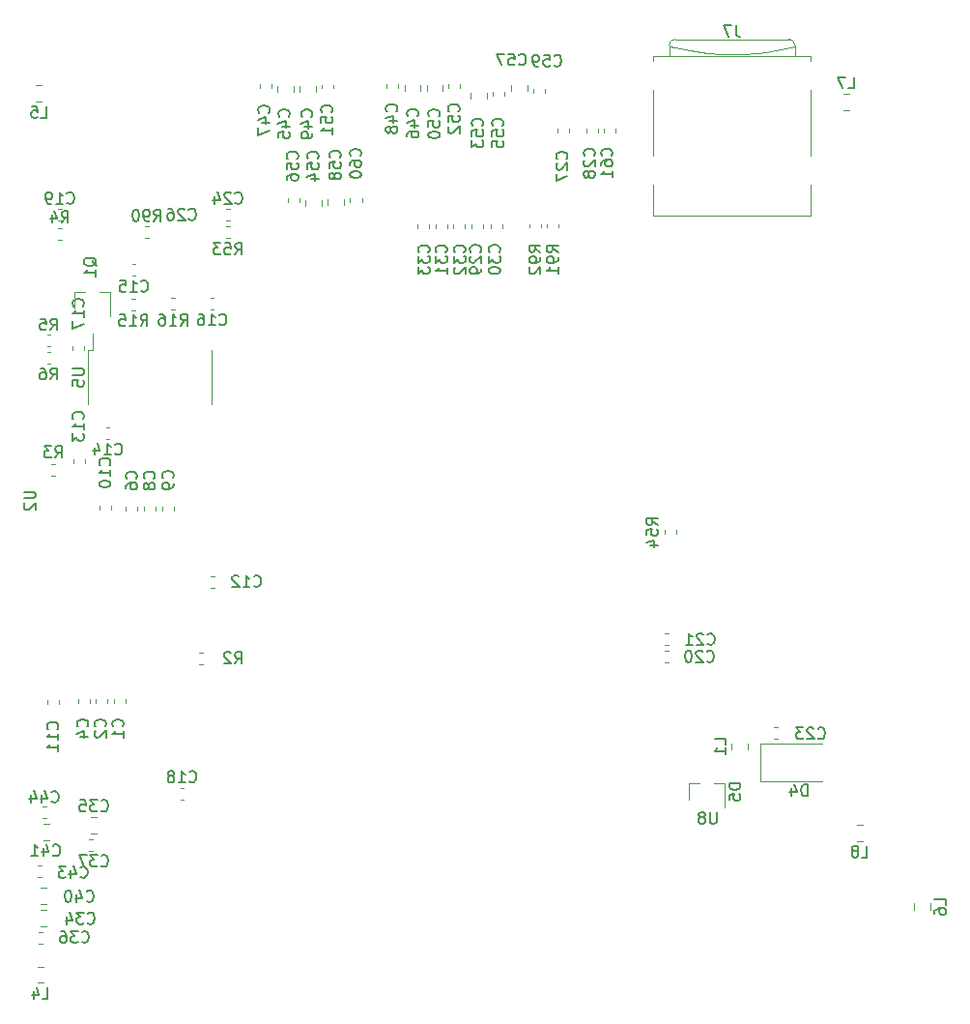
<source format=gbr>
G04 #@! TF.GenerationSoftware,KiCad,Pcbnew,5.1.5-52549c5~86~ubuntu18.04.1*
G04 #@! TF.CreationDate,2020-05-19T23:49:33-05:00*
G04 #@! TF.ProjectId,AICE,41494345-2e6b-4696-9361-645f70636258,rev?*
G04 #@! TF.SameCoordinates,Original*
G04 #@! TF.FileFunction,Legend,Bot*
G04 #@! TF.FilePolarity,Positive*
%FSLAX46Y46*%
G04 Gerber Fmt 4.6, Leading zero omitted, Abs format (unit mm)*
G04 Created by KiCad (PCBNEW 5.1.5-52549c5~86~ubuntu18.04.1) date 2020-05-19 23:49:33*
%MOMM*%
%LPD*%
G04 APERTURE LIST*
%ADD10C,0.120000*%
%ADD11C,0.150000*%
G04 APERTURE END LIST*
D10*
X76402640Y-79402579D02*
X76402640Y-79077021D01*
X75382640Y-79402579D02*
X75382640Y-79077021D01*
X46480000Y-90078000D02*
X46880000Y-90078000D01*
X46880000Y-90078000D02*
X46880000Y-88678000D01*
X46480000Y-90078000D02*
X46480000Y-94878000D01*
X57280000Y-90078000D02*
X57280000Y-94878000D01*
X85179440Y-79057281D02*
X85179440Y-79382839D01*
X86199440Y-79057281D02*
X86199440Y-79382839D01*
X86716140Y-79062361D02*
X86716140Y-79387919D01*
X87736140Y-79062361D02*
X87736140Y-79387919D01*
X51788779Y-80300000D02*
X51463221Y-80300000D01*
X51788779Y-79280000D02*
X51463221Y-79280000D01*
X98010000Y-105887221D02*
X98010000Y-106212779D01*
X96990000Y-105887221D02*
X96990000Y-106212779D01*
X58900779Y-80300000D02*
X58575221Y-80300000D01*
X58900779Y-79280000D02*
X58575221Y-79280000D01*
X53782221Y-85558000D02*
X54107779Y-85558000D01*
X53782221Y-86578000D02*
X54107779Y-86578000D01*
X50282221Y-85598000D02*
X50607779Y-85598000D01*
X50282221Y-86618000D02*
X50607779Y-86618000D01*
X43208779Y-91306000D02*
X42883221Y-91306000D01*
X43208779Y-90286000D02*
X42883221Y-90286000D01*
X43208779Y-89736000D02*
X42883221Y-89736000D01*
X43208779Y-88716000D02*
X42883221Y-88716000D01*
X44156779Y-80424000D02*
X43831221Y-80424000D01*
X44156779Y-79404000D02*
X43831221Y-79404000D01*
X43271221Y-100074000D02*
X43596779Y-100074000D01*
X43271221Y-101094000D02*
X43596779Y-101094000D01*
X56550779Y-117604000D02*
X56225221Y-117604000D01*
X56550779Y-116584000D02*
X56225221Y-116584000D01*
X113841422Y-131700000D02*
X114358578Y-131700000D01*
X113841422Y-133120000D02*
X114358578Y-133120000D01*
X113188578Y-69090000D02*
X112671422Y-69090000D01*
X113188578Y-67670000D02*
X112671422Y-67670000D01*
X118870000Y-139088578D02*
X118870000Y-138571422D01*
X120290000Y-139088578D02*
X120290000Y-138571422D01*
X41932422Y-66942000D02*
X42449578Y-66942000D01*
X41932422Y-68362000D02*
X42449578Y-68362000D01*
X42046422Y-144090000D02*
X42563578Y-144090000D01*
X42046422Y-145510000D02*
X42563578Y-145510000D01*
X104288000Y-124545422D02*
X104288000Y-125062578D01*
X102868000Y-124545422D02*
X102868000Y-125062578D01*
X105400000Y-127850000D02*
X110800000Y-127850000D01*
X105400000Y-124550000D02*
X110800000Y-124550000D01*
X105400000Y-127850000D02*
X105400000Y-124550000D01*
X92712000Y-71028779D02*
X92712000Y-70703221D01*
X91692000Y-71028779D02*
X91692000Y-70703221D01*
X70479380Y-76781441D02*
X70479380Y-77106999D01*
X69459380Y-76781441D02*
X69459380Y-77106999D01*
X85479180Y-67536879D02*
X85479180Y-67211321D01*
X86499180Y-67536879D02*
X86499180Y-67211321D01*
X68921700Y-76886302D02*
X68921700Y-77403458D01*
X67501700Y-76886302D02*
X67501700Y-77403458D01*
X83539180Y-67436678D02*
X83539180Y-66919522D01*
X84959180Y-67436678D02*
X84959180Y-66919522D01*
X64994760Y-76843001D02*
X64994760Y-77168559D01*
X63974760Y-76843001D02*
X63974760Y-77168559D01*
X82973180Y-67519321D02*
X82973180Y-67844879D01*
X81953180Y-67519321D02*
X81953180Y-67844879D01*
X66924760Y-76947202D02*
X66924760Y-77464358D01*
X65504760Y-76947202D02*
X65504760Y-77464358D01*
X81439180Y-67598522D02*
X81439180Y-68115678D01*
X80019180Y-67598522D02*
X80019180Y-68115678D01*
X79104460Y-66805401D02*
X79104460Y-67130959D01*
X78084460Y-66805401D02*
X78084460Y-67130959D01*
X67994820Y-66868341D02*
X67994820Y-67193899D01*
X66974820Y-66868341D02*
X66974820Y-67193899D01*
X77574460Y-66909602D02*
X77574460Y-67426758D01*
X76154460Y-66909602D02*
X76154460Y-67426758D01*
X66464820Y-66965042D02*
X66464820Y-67482198D01*
X65044820Y-66965042D02*
X65044820Y-67482198D01*
X73684460Y-66805401D02*
X73684460Y-67130959D01*
X72664460Y-66805401D02*
X72664460Y-67130959D01*
X62544820Y-66853341D02*
X62544820Y-67178899D01*
X61524820Y-66853341D02*
X61524820Y-67178899D01*
X75624460Y-66909602D02*
X75624460Y-67426758D01*
X74204460Y-66909602D02*
X74204460Y-67426758D01*
X64494820Y-66957542D02*
X64494820Y-67474698D01*
X63074820Y-66957542D02*
X63074820Y-67474698D01*
X42477221Y-130090000D02*
X42802779Y-130090000D01*
X42477221Y-131110000D02*
X42802779Y-131110000D01*
X42087221Y-135240000D02*
X42412779Y-135240000D01*
X42087221Y-136260000D02*
X42412779Y-136260000D01*
X42566422Y-131620000D02*
X43083578Y-131620000D01*
X42566422Y-133040000D02*
X43083578Y-133040000D01*
X42296422Y-137180000D02*
X42813578Y-137180000D01*
X42296422Y-138600000D02*
X42813578Y-138600000D01*
X46907779Y-133960000D02*
X46582221Y-133960000D01*
X46907779Y-132940000D02*
X46582221Y-132940000D01*
X42197221Y-141030000D02*
X42522779Y-141030000D01*
X42197221Y-142050000D02*
X42522779Y-142050000D01*
X47218578Y-132450000D02*
X46701422Y-132450000D01*
X47218578Y-131030000D02*
X46701422Y-131030000D01*
X42296422Y-139130000D02*
X42813578Y-139130000D01*
X42296422Y-140550000D02*
X42813578Y-140550000D01*
X79522460Y-79422579D02*
X79522460Y-79097021D01*
X78502460Y-79422579D02*
X78502460Y-79097021D01*
X77982640Y-79417579D02*
X77982640Y-79092021D01*
X76962640Y-79417579D02*
X76962640Y-79092021D01*
X82760000Y-79412779D02*
X82760000Y-79087221D01*
X81740000Y-79412779D02*
X81740000Y-79087221D01*
X81075620Y-79429879D02*
X81075620Y-79104321D01*
X80055620Y-79429879D02*
X80055620Y-79104321D01*
X91188000Y-71028779D02*
X91188000Y-70703221D01*
X90168000Y-71028779D02*
X90168000Y-70703221D01*
X88666000Y-71036779D02*
X88666000Y-70711221D01*
X87646000Y-71036779D02*
X87646000Y-70711221D01*
X58900779Y-78776000D02*
X58575221Y-78776000D01*
X58900779Y-77756000D02*
X58575221Y-77756000D01*
X106595221Y-123154000D02*
X106920779Y-123154000D01*
X106595221Y-124174000D02*
X106920779Y-124174000D01*
X97383279Y-115927620D02*
X97057721Y-115927620D01*
X97383279Y-114907620D02*
X97057721Y-114907620D01*
X97363279Y-117457620D02*
X97037721Y-117457620D01*
X97363279Y-116437620D02*
X97037721Y-116437620D01*
X44168779Y-78776000D02*
X43843221Y-78776000D01*
X44168779Y-77756000D02*
X43843221Y-77756000D01*
X54885779Y-129446000D02*
X54560221Y-129446000D01*
X54885779Y-128426000D02*
X54560221Y-128426000D01*
X46126000Y-89743221D02*
X46126000Y-90068779D01*
X45106000Y-89743221D02*
X45106000Y-90068779D01*
X57192221Y-85538000D02*
X57517779Y-85538000D01*
X57192221Y-86558000D02*
X57517779Y-86558000D01*
X50332221Y-82598000D02*
X50657779Y-82598000D01*
X50332221Y-83618000D02*
X50657779Y-83618000D01*
X48047221Y-96888000D02*
X48372779Y-96888000D01*
X48047221Y-97908000D02*
X48372779Y-97908000D01*
X45210000Y-99984779D02*
X45210000Y-99659221D01*
X46230000Y-99984779D02*
X46230000Y-99659221D01*
X57592779Y-110890000D02*
X57267221Y-110890000D01*
X57592779Y-109870000D02*
X57267221Y-109870000D01*
X42924000Y-121066779D02*
X42924000Y-120741221D01*
X43944000Y-121066779D02*
X43944000Y-120741221D01*
X48516000Y-103723221D02*
X48516000Y-104048779D01*
X47496000Y-103723221D02*
X47496000Y-104048779D01*
X53978000Y-104153779D02*
X53978000Y-103828221D01*
X52958000Y-104153779D02*
X52958000Y-103828221D01*
X51378000Y-104138779D02*
X51378000Y-103813221D01*
X52398000Y-104138779D02*
X52398000Y-103813221D01*
X49808000Y-104133779D02*
X49808000Y-103808221D01*
X50828000Y-104133779D02*
X50828000Y-103808221D01*
X46620000Y-120647221D02*
X46620000Y-120972779D01*
X45600000Y-120647221D02*
X45600000Y-120972779D01*
X48170000Y-120672221D02*
X48170000Y-120997779D01*
X47150000Y-120672221D02*
X47150000Y-120997779D01*
X49760000Y-120667221D02*
X49760000Y-120992779D01*
X48740000Y-120667221D02*
X48740000Y-120992779D01*
X99118000Y-128004000D02*
X100048000Y-128004000D01*
X102278000Y-128004000D02*
X101348000Y-128004000D01*
X102278000Y-128004000D02*
X102278000Y-130164000D01*
X99118000Y-128004000D02*
X99118000Y-129464000D01*
X97910000Y-63590000D02*
X97410000Y-63490000D01*
X99210000Y-63890000D02*
X97910000Y-63590000D01*
X100710000Y-64090000D02*
X99210000Y-63890000D01*
X102010000Y-64190000D02*
X100710000Y-64090000D01*
X103810000Y-64190000D02*
X102010000Y-64190000D01*
X105110000Y-64090000D02*
X103810000Y-64190000D01*
X105910000Y-63990000D02*
X105110000Y-64090000D01*
X107610000Y-63690000D02*
X105910000Y-63990000D01*
X108410000Y-63490000D02*
X107610000Y-63690000D01*
X107910000Y-62890000D02*
X97910000Y-62890000D01*
X108410000Y-64390000D02*
X108410000Y-63390000D01*
X97410000Y-64390000D02*
X97410000Y-63390000D01*
X109820000Y-64390000D02*
X96000000Y-64390000D01*
X96000000Y-78310000D02*
X109820000Y-78310000D01*
X96000000Y-75610000D02*
X96000000Y-78310000D01*
X96000000Y-64390000D02*
X96000000Y-64790000D01*
X96000000Y-67310000D02*
X96000000Y-73090000D01*
X109820000Y-75610000D02*
X109820000Y-78310000D01*
X109820000Y-67310000D02*
X109820000Y-73090000D01*
X109820000Y-64390000D02*
X109820000Y-64790000D01*
X97410000Y-63390000D02*
G75*
G02X97910000Y-62890000I500000J0D01*
G01*
X107910000Y-62890000D02*
G75*
G02X108410000Y-63390000I0J-500000D01*
G01*
X45270000Y-84998000D02*
X46200000Y-84998000D01*
X48430000Y-84998000D02*
X47500000Y-84998000D01*
X48430000Y-84998000D02*
X48430000Y-87158000D01*
X45270000Y-84998000D02*
X45270000Y-86458000D01*
X51814279Y-77756000D02*
X51488721Y-77756000D01*
X51814279Y-78776000D02*
X51488721Y-78776000D01*
D11*
X76311782Y-81532942D02*
X76359401Y-81485323D01*
X76407020Y-81342466D01*
X76407020Y-81247228D01*
X76359401Y-81104371D01*
X76264163Y-81009133D01*
X76168925Y-80961514D01*
X75978449Y-80913895D01*
X75835592Y-80913895D01*
X75645116Y-80961514D01*
X75549878Y-81009133D01*
X75454640Y-81104371D01*
X75407020Y-81247228D01*
X75407020Y-81342466D01*
X75454640Y-81485323D01*
X75502259Y-81532942D01*
X75407020Y-81866276D02*
X75407020Y-82485323D01*
X75787973Y-82151990D01*
X75787973Y-82294847D01*
X75835592Y-82390085D01*
X75883211Y-82437704D01*
X75978449Y-82485323D01*
X76216544Y-82485323D01*
X76311782Y-82437704D01*
X76359401Y-82390085D01*
X76407020Y-82294847D01*
X76407020Y-82009133D01*
X76359401Y-81913895D01*
X76311782Y-81866276D01*
X75407020Y-82818657D02*
X75407020Y-83437704D01*
X75787973Y-83104371D01*
X75787973Y-83247228D01*
X75835592Y-83342466D01*
X75883211Y-83390085D01*
X75978449Y-83437704D01*
X76216544Y-83437704D01*
X76311782Y-83390085D01*
X76359401Y-83342466D01*
X76407020Y-83247228D01*
X76407020Y-82961514D01*
X76359401Y-82866276D01*
X76311782Y-82818657D01*
X45132380Y-91716095D02*
X45941904Y-91716095D01*
X46037142Y-91763714D01*
X46084761Y-91811333D01*
X46132380Y-91906571D01*
X46132380Y-92097047D01*
X46084761Y-92192285D01*
X46037142Y-92239904D01*
X45941904Y-92287523D01*
X45132380Y-92287523D01*
X45132380Y-93239904D02*
X45132380Y-92763714D01*
X45608571Y-92716095D01*
X45560952Y-92763714D01*
X45513333Y-92858952D01*
X45513333Y-93097047D01*
X45560952Y-93192285D01*
X45608571Y-93239904D01*
X45703809Y-93287523D01*
X45941904Y-93287523D01*
X46037142Y-93239904D01*
X46084761Y-93192285D01*
X46132380Y-93097047D01*
X46132380Y-92858952D01*
X46084761Y-92763714D01*
X46037142Y-92716095D01*
X86127820Y-81512202D02*
X85651630Y-81178869D01*
X86127820Y-80940774D02*
X85127820Y-80940774D01*
X85127820Y-81321726D01*
X85175440Y-81416964D01*
X85223059Y-81464583D01*
X85318297Y-81512202D01*
X85461154Y-81512202D01*
X85556392Y-81464583D01*
X85604011Y-81416964D01*
X85651630Y-81321726D01*
X85651630Y-80940774D01*
X86127820Y-81988393D02*
X86127820Y-82178869D01*
X86080201Y-82274107D01*
X86032582Y-82321726D01*
X85889725Y-82416964D01*
X85699249Y-82464583D01*
X85318297Y-82464583D01*
X85223059Y-82416964D01*
X85175440Y-82369345D01*
X85127820Y-82274107D01*
X85127820Y-82083631D01*
X85175440Y-81988393D01*
X85223059Y-81940774D01*
X85318297Y-81893155D01*
X85556392Y-81893155D01*
X85651630Y-81940774D01*
X85699249Y-81988393D01*
X85746868Y-82083631D01*
X85746868Y-82274107D01*
X85699249Y-82369345D01*
X85651630Y-82416964D01*
X85556392Y-82464583D01*
X85223059Y-82845536D02*
X85175440Y-82893155D01*
X85127820Y-82988393D01*
X85127820Y-83226488D01*
X85175440Y-83321726D01*
X85223059Y-83369345D01*
X85318297Y-83416964D01*
X85413535Y-83416964D01*
X85556392Y-83369345D01*
X86127820Y-82797917D01*
X86127820Y-83416964D01*
X87670520Y-81527282D02*
X87194330Y-81193949D01*
X87670520Y-80955854D02*
X86670520Y-80955854D01*
X86670520Y-81336806D01*
X86718140Y-81432044D01*
X86765759Y-81479663D01*
X86860997Y-81527282D01*
X87003854Y-81527282D01*
X87099092Y-81479663D01*
X87146711Y-81432044D01*
X87194330Y-81336806D01*
X87194330Y-80955854D01*
X87670520Y-82003473D02*
X87670520Y-82193949D01*
X87622901Y-82289187D01*
X87575282Y-82336806D01*
X87432425Y-82432044D01*
X87241949Y-82479663D01*
X86860997Y-82479663D01*
X86765759Y-82432044D01*
X86718140Y-82384425D01*
X86670520Y-82289187D01*
X86670520Y-82098711D01*
X86718140Y-82003473D01*
X86765759Y-81955854D01*
X86860997Y-81908235D01*
X87099092Y-81908235D01*
X87194330Y-81955854D01*
X87241949Y-82003473D01*
X87289568Y-82098711D01*
X87289568Y-82289187D01*
X87241949Y-82384425D01*
X87194330Y-82432044D01*
X87099092Y-82479663D01*
X87670520Y-83432044D02*
X87670520Y-82860616D01*
X87670520Y-83146330D02*
X86670520Y-83146330D01*
X86813378Y-83051092D01*
X86908616Y-82955854D01*
X86956235Y-82860616D01*
X52268857Y-78812380D02*
X52602190Y-78336190D01*
X52840285Y-78812380D02*
X52840285Y-77812380D01*
X52459333Y-77812380D01*
X52364095Y-77860000D01*
X52316476Y-77907619D01*
X52268857Y-78002857D01*
X52268857Y-78145714D01*
X52316476Y-78240952D01*
X52364095Y-78288571D01*
X52459333Y-78336190D01*
X52840285Y-78336190D01*
X51792666Y-78812380D02*
X51602190Y-78812380D01*
X51506952Y-78764761D01*
X51459333Y-78717142D01*
X51364095Y-78574285D01*
X51316476Y-78383809D01*
X51316476Y-78002857D01*
X51364095Y-77907619D01*
X51411714Y-77860000D01*
X51506952Y-77812380D01*
X51697428Y-77812380D01*
X51792666Y-77860000D01*
X51840285Y-77907619D01*
X51887904Y-78002857D01*
X51887904Y-78240952D01*
X51840285Y-78336190D01*
X51792666Y-78383809D01*
X51697428Y-78431428D01*
X51506952Y-78431428D01*
X51411714Y-78383809D01*
X51364095Y-78336190D01*
X51316476Y-78240952D01*
X50697428Y-77812380D02*
X50602190Y-77812380D01*
X50506952Y-77860000D01*
X50459333Y-77907619D01*
X50411714Y-78002857D01*
X50364095Y-78193333D01*
X50364095Y-78431428D01*
X50411714Y-78621904D01*
X50459333Y-78717142D01*
X50506952Y-78764761D01*
X50602190Y-78812380D01*
X50697428Y-78812380D01*
X50792666Y-78764761D01*
X50840285Y-78717142D01*
X50887904Y-78621904D01*
X50935523Y-78431428D01*
X50935523Y-78193333D01*
X50887904Y-78002857D01*
X50840285Y-77907619D01*
X50792666Y-77860000D01*
X50697428Y-77812380D01*
X96428380Y-105407142D02*
X95952190Y-105073809D01*
X96428380Y-104835714D02*
X95428380Y-104835714D01*
X95428380Y-105216666D01*
X95476000Y-105311904D01*
X95523619Y-105359523D01*
X95618857Y-105407142D01*
X95761714Y-105407142D01*
X95856952Y-105359523D01*
X95904571Y-105311904D01*
X95952190Y-105216666D01*
X95952190Y-104835714D01*
X95428380Y-106311904D02*
X95428380Y-105835714D01*
X95904571Y-105788095D01*
X95856952Y-105835714D01*
X95809333Y-105930952D01*
X95809333Y-106169047D01*
X95856952Y-106264285D01*
X95904571Y-106311904D01*
X95999809Y-106359523D01*
X96237904Y-106359523D01*
X96333142Y-106311904D01*
X96380761Y-106264285D01*
X96428380Y-106169047D01*
X96428380Y-105930952D01*
X96380761Y-105835714D01*
X96333142Y-105788095D01*
X95761714Y-107216666D02*
X96428380Y-107216666D01*
X95380761Y-106978571D02*
X96095047Y-106740476D01*
X96095047Y-107359523D01*
X59380857Y-81732380D02*
X59714190Y-81256190D01*
X59952285Y-81732380D02*
X59952285Y-80732380D01*
X59571333Y-80732380D01*
X59476095Y-80780000D01*
X59428476Y-80827619D01*
X59380857Y-80922857D01*
X59380857Y-81065714D01*
X59428476Y-81160952D01*
X59476095Y-81208571D01*
X59571333Y-81256190D01*
X59952285Y-81256190D01*
X58476095Y-80732380D02*
X58952285Y-80732380D01*
X58999904Y-81208571D01*
X58952285Y-81160952D01*
X58857047Y-81113333D01*
X58618952Y-81113333D01*
X58523714Y-81160952D01*
X58476095Y-81208571D01*
X58428476Y-81303809D01*
X58428476Y-81541904D01*
X58476095Y-81637142D01*
X58523714Y-81684761D01*
X58618952Y-81732380D01*
X58857047Y-81732380D01*
X58952285Y-81684761D01*
X58999904Y-81637142D01*
X58095142Y-80732380D02*
X57476095Y-80732380D01*
X57809428Y-81113333D01*
X57666571Y-81113333D01*
X57571333Y-81160952D01*
X57523714Y-81208571D01*
X57476095Y-81303809D01*
X57476095Y-81541904D01*
X57523714Y-81637142D01*
X57571333Y-81684761D01*
X57666571Y-81732380D01*
X57952285Y-81732380D01*
X58047523Y-81684761D01*
X58095142Y-81637142D01*
X54587857Y-87950380D02*
X54921190Y-87474190D01*
X55159285Y-87950380D02*
X55159285Y-86950380D01*
X54778333Y-86950380D01*
X54683095Y-86998000D01*
X54635476Y-87045619D01*
X54587857Y-87140857D01*
X54587857Y-87283714D01*
X54635476Y-87378952D01*
X54683095Y-87426571D01*
X54778333Y-87474190D01*
X55159285Y-87474190D01*
X53635476Y-87950380D02*
X54206904Y-87950380D01*
X53921190Y-87950380D02*
X53921190Y-86950380D01*
X54016428Y-87093238D01*
X54111666Y-87188476D01*
X54206904Y-87236095D01*
X52778333Y-86950380D02*
X52968809Y-86950380D01*
X53064047Y-86998000D01*
X53111666Y-87045619D01*
X53206904Y-87188476D01*
X53254523Y-87378952D01*
X53254523Y-87759904D01*
X53206904Y-87855142D01*
X53159285Y-87902761D01*
X53064047Y-87950380D01*
X52873571Y-87950380D01*
X52778333Y-87902761D01*
X52730714Y-87855142D01*
X52683095Y-87759904D01*
X52683095Y-87521809D01*
X52730714Y-87426571D01*
X52778333Y-87378952D01*
X52873571Y-87331333D01*
X53064047Y-87331333D01*
X53159285Y-87378952D01*
X53206904Y-87426571D01*
X53254523Y-87521809D01*
X51087857Y-87990380D02*
X51421190Y-87514190D01*
X51659285Y-87990380D02*
X51659285Y-86990380D01*
X51278333Y-86990380D01*
X51183095Y-87038000D01*
X51135476Y-87085619D01*
X51087857Y-87180857D01*
X51087857Y-87323714D01*
X51135476Y-87418952D01*
X51183095Y-87466571D01*
X51278333Y-87514190D01*
X51659285Y-87514190D01*
X50135476Y-87990380D02*
X50706904Y-87990380D01*
X50421190Y-87990380D02*
X50421190Y-86990380D01*
X50516428Y-87133238D01*
X50611666Y-87228476D01*
X50706904Y-87276095D01*
X49230714Y-86990380D02*
X49706904Y-86990380D01*
X49754523Y-87466571D01*
X49706904Y-87418952D01*
X49611666Y-87371333D01*
X49373571Y-87371333D01*
X49278333Y-87418952D01*
X49230714Y-87466571D01*
X49183095Y-87561809D01*
X49183095Y-87799904D01*
X49230714Y-87895142D01*
X49278333Y-87942761D01*
X49373571Y-87990380D01*
X49611666Y-87990380D01*
X49706904Y-87942761D01*
X49754523Y-87895142D01*
X43186666Y-92682380D02*
X43520000Y-92206190D01*
X43758095Y-92682380D02*
X43758095Y-91682380D01*
X43377142Y-91682380D01*
X43281904Y-91730000D01*
X43234285Y-91777619D01*
X43186666Y-91872857D01*
X43186666Y-92015714D01*
X43234285Y-92110952D01*
X43281904Y-92158571D01*
X43377142Y-92206190D01*
X43758095Y-92206190D01*
X42329523Y-91682380D02*
X42520000Y-91682380D01*
X42615238Y-91730000D01*
X42662857Y-91777619D01*
X42758095Y-91920476D01*
X42805714Y-92110952D01*
X42805714Y-92491904D01*
X42758095Y-92587142D01*
X42710476Y-92634761D01*
X42615238Y-92682380D01*
X42424761Y-92682380D01*
X42329523Y-92634761D01*
X42281904Y-92587142D01*
X42234285Y-92491904D01*
X42234285Y-92253809D01*
X42281904Y-92158571D01*
X42329523Y-92110952D01*
X42424761Y-92063333D01*
X42615238Y-92063333D01*
X42710476Y-92110952D01*
X42758095Y-92158571D01*
X42805714Y-92253809D01*
X43196666Y-88352380D02*
X43530000Y-87876190D01*
X43768095Y-88352380D02*
X43768095Y-87352380D01*
X43387142Y-87352380D01*
X43291904Y-87400000D01*
X43244285Y-87447619D01*
X43196666Y-87542857D01*
X43196666Y-87685714D01*
X43244285Y-87780952D01*
X43291904Y-87828571D01*
X43387142Y-87876190D01*
X43768095Y-87876190D01*
X42291904Y-87352380D02*
X42768095Y-87352380D01*
X42815714Y-87828571D01*
X42768095Y-87780952D01*
X42672857Y-87733333D01*
X42434761Y-87733333D01*
X42339523Y-87780952D01*
X42291904Y-87828571D01*
X42244285Y-87923809D01*
X42244285Y-88161904D01*
X42291904Y-88257142D01*
X42339523Y-88304761D01*
X42434761Y-88352380D01*
X42672857Y-88352380D01*
X42768095Y-88304761D01*
X42815714Y-88257142D01*
X44160666Y-78936380D02*
X44494000Y-78460190D01*
X44732095Y-78936380D02*
X44732095Y-77936380D01*
X44351142Y-77936380D01*
X44255904Y-77984000D01*
X44208285Y-78031619D01*
X44160666Y-78126857D01*
X44160666Y-78269714D01*
X44208285Y-78364952D01*
X44255904Y-78412571D01*
X44351142Y-78460190D01*
X44732095Y-78460190D01*
X43303523Y-78269714D02*
X43303523Y-78936380D01*
X43541619Y-77888761D02*
X43779714Y-78603047D01*
X43160666Y-78603047D01*
X43600666Y-99512380D02*
X43934000Y-99036190D01*
X44172095Y-99512380D02*
X44172095Y-98512380D01*
X43791142Y-98512380D01*
X43695904Y-98560000D01*
X43648285Y-98607619D01*
X43600666Y-98702857D01*
X43600666Y-98845714D01*
X43648285Y-98940952D01*
X43695904Y-98988571D01*
X43791142Y-99036190D01*
X44172095Y-99036190D01*
X43267333Y-98512380D02*
X42648285Y-98512380D01*
X42981619Y-98893333D01*
X42838761Y-98893333D01*
X42743523Y-98940952D01*
X42695904Y-98988571D01*
X42648285Y-99083809D01*
X42648285Y-99321904D01*
X42695904Y-99417142D01*
X42743523Y-99464761D01*
X42838761Y-99512380D01*
X43124476Y-99512380D01*
X43219714Y-99464761D01*
X43267333Y-99417142D01*
X59348666Y-117546380D02*
X59682000Y-117070190D01*
X59920095Y-117546380D02*
X59920095Y-116546380D01*
X59539142Y-116546380D01*
X59443904Y-116594000D01*
X59396285Y-116641619D01*
X59348666Y-116736857D01*
X59348666Y-116879714D01*
X59396285Y-116974952D01*
X59443904Y-117022571D01*
X59539142Y-117070190D01*
X59920095Y-117070190D01*
X58967714Y-116641619D02*
X58920095Y-116594000D01*
X58824857Y-116546380D01*
X58586761Y-116546380D01*
X58491523Y-116594000D01*
X58443904Y-116641619D01*
X58396285Y-116736857D01*
X58396285Y-116832095D01*
X58443904Y-116974952D01*
X59015333Y-117546380D01*
X58396285Y-117546380D01*
X114266666Y-134512380D02*
X114742857Y-134512380D01*
X114742857Y-133512380D01*
X113790476Y-133940952D02*
X113885714Y-133893333D01*
X113933333Y-133845714D01*
X113980952Y-133750476D01*
X113980952Y-133702857D01*
X113933333Y-133607619D01*
X113885714Y-133560000D01*
X113790476Y-133512380D01*
X113600000Y-133512380D01*
X113504761Y-133560000D01*
X113457142Y-133607619D01*
X113409523Y-133702857D01*
X113409523Y-133750476D01*
X113457142Y-133845714D01*
X113504761Y-133893333D01*
X113600000Y-133940952D01*
X113790476Y-133940952D01*
X113885714Y-133988571D01*
X113933333Y-134036190D01*
X113980952Y-134131428D01*
X113980952Y-134321904D01*
X113933333Y-134417142D01*
X113885714Y-134464761D01*
X113790476Y-134512380D01*
X113600000Y-134512380D01*
X113504761Y-134464761D01*
X113457142Y-134417142D01*
X113409523Y-134321904D01*
X113409523Y-134131428D01*
X113457142Y-134036190D01*
X113504761Y-133988571D01*
X113600000Y-133940952D01*
X113096666Y-67182380D02*
X113572857Y-67182380D01*
X113572857Y-66182380D01*
X112858571Y-66182380D02*
X112191904Y-66182380D01*
X112620476Y-67182380D01*
X121682380Y-138663333D02*
X121682380Y-138187142D01*
X120682380Y-138187142D01*
X120682380Y-139425238D02*
X120682380Y-139234761D01*
X120730000Y-139139523D01*
X120777619Y-139091904D01*
X120920476Y-138996666D01*
X121110952Y-138949047D01*
X121491904Y-138949047D01*
X121587142Y-138996666D01*
X121634761Y-139044285D01*
X121682380Y-139139523D01*
X121682380Y-139330000D01*
X121634761Y-139425238D01*
X121587142Y-139472857D01*
X121491904Y-139520476D01*
X121253809Y-139520476D01*
X121158571Y-139472857D01*
X121110952Y-139425238D01*
X121063333Y-139330000D01*
X121063333Y-139139523D01*
X121110952Y-139044285D01*
X121158571Y-138996666D01*
X121253809Y-138949047D01*
X42357666Y-69754380D02*
X42833857Y-69754380D01*
X42833857Y-68754380D01*
X41548142Y-68754380D02*
X42024333Y-68754380D01*
X42071952Y-69230571D01*
X42024333Y-69182952D01*
X41929095Y-69135333D01*
X41691000Y-69135333D01*
X41595761Y-69182952D01*
X41548142Y-69230571D01*
X41500523Y-69325809D01*
X41500523Y-69563904D01*
X41548142Y-69659142D01*
X41595761Y-69706761D01*
X41691000Y-69754380D01*
X41929095Y-69754380D01*
X42024333Y-69706761D01*
X42071952Y-69659142D01*
X42471666Y-146902380D02*
X42947857Y-146902380D01*
X42947857Y-145902380D01*
X41709761Y-146235714D02*
X41709761Y-146902380D01*
X41947857Y-145854761D02*
X42185952Y-146569047D01*
X41566904Y-146569047D01*
X102380380Y-124637333D02*
X102380380Y-124161142D01*
X101380380Y-124161142D01*
X102380380Y-125494476D02*
X102380380Y-124923047D01*
X102380380Y-125208761D02*
X101380380Y-125208761D01*
X101523238Y-125113523D01*
X101618476Y-125018285D01*
X101666095Y-124923047D01*
X109538095Y-129152380D02*
X109538095Y-128152380D01*
X109300000Y-128152380D01*
X109157142Y-128200000D01*
X109061904Y-128295238D01*
X109014285Y-128390476D01*
X108966666Y-128580952D01*
X108966666Y-128723809D01*
X109014285Y-128914285D01*
X109061904Y-129009523D01*
X109157142Y-129104761D01*
X109300000Y-129152380D01*
X109538095Y-129152380D01*
X108109523Y-128485714D02*
X108109523Y-129152380D01*
X108347619Y-128104761D02*
X108585714Y-128819047D01*
X107966666Y-128819047D01*
X92331142Y-73075142D02*
X92378761Y-73027523D01*
X92426380Y-72884666D01*
X92426380Y-72789428D01*
X92378761Y-72646571D01*
X92283523Y-72551333D01*
X92188285Y-72503714D01*
X91997809Y-72456095D01*
X91854952Y-72456095D01*
X91664476Y-72503714D01*
X91569238Y-72551333D01*
X91474000Y-72646571D01*
X91426380Y-72789428D01*
X91426380Y-72884666D01*
X91474000Y-73027523D01*
X91521619Y-73075142D01*
X91426380Y-73932285D02*
X91426380Y-73741809D01*
X91474000Y-73646571D01*
X91521619Y-73598952D01*
X91664476Y-73503714D01*
X91854952Y-73456095D01*
X92235904Y-73456095D01*
X92331142Y-73503714D01*
X92378761Y-73551333D01*
X92426380Y-73646571D01*
X92426380Y-73837047D01*
X92378761Y-73932285D01*
X92331142Y-73979904D01*
X92235904Y-74027523D01*
X91997809Y-74027523D01*
X91902571Y-73979904D01*
X91854952Y-73932285D01*
X91807333Y-73837047D01*
X91807333Y-73646571D01*
X91854952Y-73551333D01*
X91902571Y-73503714D01*
X91997809Y-73456095D01*
X92426380Y-74979904D02*
X92426380Y-74408476D01*
X92426380Y-74694190D02*
X91426380Y-74694190D01*
X91569238Y-74598952D01*
X91664476Y-74503714D01*
X91712095Y-74408476D01*
X70340522Y-73107362D02*
X70388141Y-73059743D01*
X70435760Y-72916886D01*
X70435760Y-72821648D01*
X70388141Y-72678791D01*
X70292903Y-72583553D01*
X70197665Y-72535934D01*
X70007189Y-72488315D01*
X69864332Y-72488315D01*
X69673856Y-72535934D01*
X69578618Y-72583553D01*
X69483380Y-72678791D01*
X69435760Y-72821648D01*
X69435760Y-72916886D01*
X69483380Y-73059743D01*
X69530999Y-73107362D01*
X69435760Y-73964505D02*
X69435760Y-73774029D01*
X69483380Y-73678791D01*
X69530999Y-73631172D01*
X69673856Y-73535934D01*
X69864332Y-73488315D01*
X70245284Y-73488315D01*
X70340522Y-73535934D01*
X70388141Y-73583553D01*
X70435760Y-73678791D01*
X70435760Y-73869267D01*
X70388141Y-73964505D01*
X70340522Y-74012124D01*
X70245284Y-74059743D01*
X70007189Y-74059743D01*
X69911951Y-74012124D01*
X69864332Y-73964505D01*
X69816713Y-73869267D01*
X69816713Y-73678791D01*
X69864332Y-73583553D01*
X69911951Y-73535934D01*
X70007189Y-73488315D01*
X69435760Y-74678791D02*
X69435760Y-74774029D01*
X69483380Y-74869267D01*
X69530999Y-74916886D01*
X69626237Y-74964505D01*
X69816713Y-75012124D01*
X70054808Y-75012124D01*
X70245284Y-74964505D01*
X70340522Y-74916886D01*
X70388141Y-74869267D01*
X70435760Y-74774029D01*
X70435760Y-74678791D01*
X70388141Y-74583553D01*
X70340522Y-74535934D01*
X70245284Y-74488315D01*
X70054808Y-74440696D01*
X69816713Y-74440696D01*
X69626237Y-74488315D01*
X69530999Y-74535934D01*
X69483380Y-74583553D01*
X69435760Y-74678791D01*
X87342857Y-65157142D02*
X87390476Y-65204761D01*
X87533333Y-65252380D01*
X87628571Y-65252380D01*
X87771428Y-65204761D01*
X87866666Y-65109523D01*
X87914285Y-65014285D01*
X87961904Y-64823809D01*
X87961904Y-64680952D01*
X87914285Y-64490476D01*
X87866666Y-64395238D01*
X87771428Y-64300000D01*
X87628571Y-64252380D01*
X87533333Y-64252380D01*
X87390476Y-64300000D01*
X87342857Y-64347619D01*
X86438095Y-64252380D02*
X86914285Y-64252380D01*
X86961904Y-64728571D01*
X86914285Y-64680952D01*
X86819047Y-64633333D01*
X86580952Y-64633333D01*
X86485714Y-64680952D01*
X86438095Y-64728571D01*
X86390476Y-64823809D01*
X86390476Y-65061904D01*
X86438095Y-65157142D01*
X86485714Y-65204761D01*
X86580952Y-65252380D01*
X86819047Y-65252380D01*
X86914285Y-65204761D01*
X86961904Y-65157142D01*
X85914285Y-65252380D02*
X85723809Y-65252380D01*
X85628571Y-65204761D01*
X85580952Y-65157142D01*
X85485714Y-65014285D01*
X85438095Y-64823809D01*
X85438095Y-64442857D01*
X85485714Y-64347619D01*
X85533333Y-64300000D01*
X85628571Y-64252380D01*
X85819047Y-64252380D01*
X85914285Y-64300000D01*
X85961904Y-64347619D01*
X86009523Y-64442857D01*
X86009523Y-64680952D01*
X85961904Y-64776190D01*
X85914285Y-64823809D01*
X85819047Y-64871428D01*
X85628571Y-64871428D01*
X85533333Y-64823809D01*
X85485714Y-64776190D01*
X85438095Y-64680952D01*
X68534842Y-73249022D02*
X68582461Y-73201403D01*
X68630080Y-73058546D01*
X68630080Y-72963308D01*
X68582461Y-72820451D01*
X68487223Y-72725213D01*
X68391985Y-72677594D01*
X68201509Y-72629975D01*
X68058652Y-72629975D01*
X67868176Y-72677594D01*
X67772938Y-72725213D01*
X67677700Y-72820451D01*
X67630080Y-72963308D01*
X67630080Y-73058546D01*
X67677700Y-73201403D01*
X67725319Y-73249022D01*
X67630080Y-74153784D02*
X67630080Y-73677594D01*
X68106271Y-73629975D01*
X68058652Y-73677594D01*
X68011033Y-73772832D01*
X68011033Y-74010927D01*
X68058652Y-74106165D01*
X68106271Y-74153784D01*
X68201509Y-74201403D01*
X68439604Y-74201403D01*
X68534842Y-74153784D01*
X68582461Y-74106165D01*
X68630080Y-74010927D01*
X68630080Y-73772832D01*
X68582461Y-73677594D01*
X68534842Y-73629975D01*
X68058652Y-74772832D02*
X68011033Y-74677594D01*
X67963414Y-74629975D01*
X67868176Y-74582356D01*
X67820557Y-74582356D01*
X67725319Y-74629975D01*
X67677700Y-74677594D01*
X67630080Y-74772832D01*
X67630080Y-74963308D01*
X67677700Y-75058546D01*
X67725319Y-75106165D01*
X67820557Y-75153784D01*
X67868176Y-75153784D01*
X67963414Y-75106165D01*
X68011033Y-75058546D01*
X68058652Y-74963308D01*
X68058652Y-74772832D01*
X68106271Y-74677594D01*
X68153890Y-74629975D01*
X68249128Y-74582356D01*
X68439604Y-74582356D01*
X68534842Y-74629975D01*
X68582461Y-74677594D01*
X68630080Y-74772832D01*
X68630080Y-74963308D01*
X68582461Y-75058546D01*
X68534842Y-75106165D01*
X68439604Y-75153784D01*
X68249128Y-75153784D01*
X68153890Y-75106165D01*
X68106271Y-75058546D01*
X68058652Y-74963308D01*
X84242857Y-65057142D02*
X84290476Y-65104761D01*
X84433333Y-65152380D01*
X84528571Y-65152380D01*
X84671428Y-65104761D01*
X84766666Y-65009523D01*
X84814285Y-64914285D01*
X84861904Y-64723809D01*
X84861904Y-64580952D01*
X84814285Y-64390476D01*
X84766666Y-64295238D01*
X84671428Y-64200000D01*
X84528571Y-64152380D01*
X84433333Y-64152380D01*
X84290476Y-64200000D01*
X84242857Y-64247619D01*
X83338095Y-64152380D02*
X83814285Y-64152380D01*
X83861904Y-64628571D01*
X83814285Y-64580952D01*
X83719047Y-64533333D01*
X83480952Y-64533333D01*
X83385714Y-64580952D01*
X83338095Y-64628571D01*
X83290476Y-64723809D01*
X83290476Y-64961904D01*
X83338095Y-65057142D01*
X83385714Y-65104761D01*
X83480952Y-65152380D01*
X83719047Y-65152380D01*
X83814285Y-65104761D01*
X83861904Y-65057142D01*
X82957142Y-64152380D02*
X82290476Y-64152380D01*
X82719047Y-65152380D01*
X64799482Y-73354962D02*
X64847101Y-73307343D01*
X64894720Y-73164486D01*
X64894720Y-73069248D01*
X64847101Y-72926391D01*
X64751863Y-72831153D01*
X64656625Y-72783534D01*
X64466149Y-72735915D01*
X64323292Y-72735915D01*
X64132816Y-72783534D01*
X64037578Y-72831153D01*
X63942340Y-72926391D01*
X63894720Y-73069248D01*
X63894720Y-73164486D01*
X63942340Y-73307343D01*
X63989959Y-73354962D01*
X63894720Y-74259724D02*
X63894720Y-73783534D01*
X64370911Y-73735915D01*
X64323292Y-73783534D01*
X64275673Y-73878772D01*
X64275673Y-74116867D01*
X64323292Y-74212105D01*
X64370911Y-74259724D01*
X64466149Y-74307343D01*
X64704244Y-74307343D01*
X64799482Y-74259724D01*
X64847101Y-74212105D01*
X64894720Y-74116867D01*
X64894720Y-73878772D01*
X64847101Y-73783534D01*
X64799482Y-73735915D01*
X63894720Y-75164486D02*
X63894720Y-74974010D01*
X63942340Y-74878772D01*
X63989959Y-74831153D01*
X64132816Y-74735915D01*
X64323292Y-74688296D01*
X64704244Y-74688296D01*
X64799482Y-74735915D01*
X64847101Y-74783534D01*
X64894720Y-74878772D01*
X64894720Y-75069248D01*
X64847101Y-75164486D01*
X64799482Y-75212105D01*
X64704244Y-75259724D01*
X64466149Y-75259724D01*
X64370911Y-75212105D01*
X64323292Y-75164486D01*
X64275673Y-75069248D01*
X64275673Y-74878772D01*
X64323292Y-74783534D01*
X64370911Y-74735915D01*
X64466149Y-74688296D01*
X82796322Y-70453242D02*
X82843941Y-70405623D01*
X82891560Y-70262766D01*
X82891560Y-70167528D01*
X82843941Y-70024671D01*
X82748703Y-69929433D01*
X82653465Y-69881814D01*
X82462989Y-69834195D01*
X82320132Y-69834195D01*
X82129656Y-69881814D01*
X82034418Y-69929433D01*
X81939180Y-70024671D01*
X81891560Y-70167528D01*
X81891560Y-70262766D01*
X81939180Y-70405623D01*
X81986799Y-70453242D01*
X81891560Y-71358004D02*
X81891560Y-70881814D01*
X82367751Y-70834195D01*
X82320132Y-70881814D01*
X82272513Y-70977052D01*
X82272513Y-71215147D01*
X82320132Y-71310385D01*
X82367751Y-71358004D01*
X82462989Y-71405623D01*
X82701084Y-71405623D01*
X82796322Y-71358004D01*
X82843941Y-71310385D01*
X82891560Y-71215147D01*
X82891560Y-70977052D01*
X82843941Y-70881814D01*
X82796322Y-70834195D01*
X81891560Y-72310385D02*
X81891560Y-71834195D01*
X82367751Y-71786576D01*
X82320132Y-71834195D01*
X82272513Y-71929433D01*
X82272513Y-72167528D01*
X82320132Y-72262766D01*
X82367751Y-72310385D01*
X82462989Y-72358004D01*
X82701084Y-72358004D01*
X82796322Y-72310385D01*
X82843941Y-72262766D01*
X82891560Y-72167528D01*
X82891560Y-71929433D01*
X82843941Y-71834195D01*
X82796322Y-71786576D01*
X66585102Y-73332102D02*
X66632721Y-73284483D01*
X66680340Y-73141626D01*
X66680340Y-73046388D01*
X66632721Y-72903531D01*
X66537483Y-72808293D01*
X66442245Y-72760674D01*
X66251769Y-72713055D01*
X66108912Y-72713055D01*
X65918436Y-72760674D01*
X65823198Y-72808293D01*
X65727960Y-72903531D01*
X65680340Y-73046388D01*
X65680340Y-73141626D01*
X65727960Y-73284483D01*
X65775579Y-73332102D01*
X65680340Y-74236864D02*
X65680340Y-73760674D01*
X66156531Y-73713055D01*
X66108912Y-73760674D01*
X66061293Y-73855912D01*
X66061293Y-74094007D01*
X66108912Y-74189245D01*
X66156531Y-74236864D01*
X66251769Y-74284483D01*
X66489864Y-74284483D01*
X66585102Y-74236864D01*
X66632721Y-74189245D01*
X66680340Y-74094007D01*
X66680340Y-73855912D01*
X66632721Y-73760674D01*
X66585102Y-73713055D01*
X66013674Y-75141626D02*
X66680340Y-75141626D01*
X65632721Y-74903531D02*
X66347007Y-74665436D01*
X66347007Y-75284483D01*
X81018322Y-70453242D02*
X81065941Y-70405623D01*
X81113560Y-70262766D01*
X81113560Y-70167528D01*
X81065941Y-70024671D01*
X80970703Y-69929433D01*
X80875465Y-69881814D01*
X80684989Y-69834195D01*
X80542132Y-69834195D01*
X80351656Y-69881814D01*
X80256418Y-69929433D01*
X80161180Y-70024671D01*
X80113560Y-70167528D01*
X80113560Y-70262766D01*
X80161180Y-70405623D01*
X80208799Y-70453242D01*
X80113560Y-71358004D02*
X80113560Y-70881814D01*
X80589751Y-70834195D01*
X80542132Y-70881814D01*
X80494513Y-70977052D01*
X80494513Y-71215147D01*
X80542132Y-71310385D01*
X80589751Y-71358004D01*
X80684989Y-71405623D01*
X80923084Y-71405623D01*
X81018322Y-71358004D01*
X81065941Y-71310385D01*
X81113560Y-71215147D01*
X81113560Y-70977052D01*
X81065941Y-70881814D01*
X81018322Y-70834195D01*
X80113560Y-71738957D02*
X80113560Y-72358004D01*
X80494513Y-72024671D01*
X80494513Y-72167528D01*
X80542132Y-72262766D01*
X80589751Y-72310385D01*
X80684989Y-72358004D01*
X80923084Y-72358004D01*
X81018322Y-72310385D01*
X81065941Y-72262766D01*
X81113560Y-72167528D01*
X81113560Y-71881814D01*
X81065941Y-71786576D01*
X81018322Y-71738957D01*
X78941602Y-69205322D02*
X78989221Y-69157703D01*
X79036840Y-69014846D01*
X79036840Y-68919608D01*
X78989221Y-68776751D01*
X78893983Y-68681513D01*
X78798745Y-68633894D01*
X78608269Y-68586275D01*
X78465412Y-68586275D01*
X78274936Y-68633894D01*
X78179698Y-68681513D01*
X78084460Y-68776751D01*
X78036840Y-68919608D01*
X78036840Y-69014846D01*
X78084460Y-69157703D01*
X78132079Y-69205322D01*
X78036840Y-70110084D02*
X78036840Y-69633894D01*
X78513031Y-69586275D01*
X78465412Y-69633894D01*
X78417793Y-69729132D01*
X78417793Y-69967227D01*
X78465412Y-70062465D01*
X78513031Y-70110084D01*
X78608269Y-70157703D01*
X78846364Y-70157703D01*
X78941602Y-70110084D01*
X78989221Y-70062465D01*
X79036840Y-69967227D01*
X79036840Y-69729132D01*
X78989221Y-69633894D01*
X78941602Y-69586275D01*
X78132079Y-70538656D02*
X78084460Y-70586275D01*
X78036840Y-70681513D01*
X78036840Y-70919608D01*
X78084460Y-71014846D01*
X78132079Y-71062465D01*
X78227317Y-71110084D01*
X78322555Y-71110084D01*
X78465412Y-71062465D01*
X79036840Y-70491037D01*
X79036840Y-71110084D01*
X67811962Y-69273262D02*
X67859581Y-69225643D01*
X67907200Y-69082786D01*
X67907200Y-68987548D01*
X67859581Y-68844691D01*
X67764343Y-68749453D01*
X67669105Y-68701834D01*
X67478629Y-68654215D01*
X67335772Y-68654215D01*
X67145296Y-68701834D01*
X67050058Y-68749453D01*
X66954820Y-68844691D01*
X66907200Y-68987548D01*
X66907200Y-69082786D01*
X66954820Y-69225643D01*
X67002439Y-69273262D01*
X66907200Y-70178024D02*
X66907200Y-69701834D01*
X67383391Y-69654215D01*
X67335772Y-69701834D01*
X67288153Y-69797072D01*
X67288153Y-70035167D01*
X67335772Y-70130405D01*
X67383391Y-70178024D01*
X67478629Y-70225643D01*
X67716724Y-70225643D01*
X67811962Y-70178024D01*
X67859581Y-70130405D01*
X67907200Y-70035167D01*
X67907200Y-69797072D01*
X67859581Y-69701834D01*
X67811962Y-69654215D01*
X67907200Y-71178024D02*
X67907200Y-70606596D01*
X67907200Y-70892310D02*
X66907200Y-70892310D01*
X67050058Y-70797072D01*
X67145296Y-70701834D01*
X67192915Y-70606596D01*
X77211602Y-69635322D02*
X77259221Y-69587703D01*
X77306840Y-69444846D01*
X77306840Y-69349608D01*
X77259221Y-69206751D01*
X77163983Y-69111513D01*
X77068745Y-69063894D01*
X76878269Y-69016275D01*
X76735412Y-69016275D01*
X76544936Y-69063894D01*
X76449698Y-69111513D01*
X76354460Y-69206751D01*
X76306840Y-69349608D01*
X76306840Y-69444846D01*
X76354460Y-69587703D01*
X76402079Y-69635322D01*
X76306840Y-70540084D02*
X76306840Y-70063894D01*
X76783031Y-70016275D01*
X76735412Y-70063894D01*
X76687793Y-70159132D01*
X76687793Y-70397227D01*
X76735412Y-70492465D01*
X76783031Y-70540084D01*
X76878269Y-70587703D01*
X77116364Y-70587703D01*
X77211602Y-70540084D01*
X77259221Y-70492465D01*
X77306840Y-70397227D01*
X77306840Y-70159132D01*
X77259221Y-70063894D01*
X77211602Y-70016275D01*
X76306840Y-71206751D02*
X76306840Y-71301989D01*
X76354460Y-71397227D01*
X76402079Y-71444846D01*
X76497317Y-71492465D01*
X76687793Y-71540084D01*
X76925888Y-71540084D01*
X77116364Y-71492465D01*
X77211602Y-71444846D01*
X77259221Y-71397227D01*
X77306840Y-71301989D01*
X77306840Y-71206751D01*
X77259221Y-71111513D01*
X77211602Y-71063894D01*
X77116364Y-71016275D01*
X76925888Y-70968656D01*
X76687793Y-70968656D01*
X76497317Y-71016275D01*
X76402079Y-71063894D01*
X76354460Y-71111513D01*
X76306840Y-71206751D01*
X66051962Y-69670762D02*
X66099581Y-69623143D01*
X66147200Y-69480286D01*
X66147200Y-69385048D01*
X66099581Y-69242191D01*
X66004343Y-69146953D01*
X65909105Y-69099334D01*
X65718629Y-69051715D01*
X65575772Y-69051715D01*
X65385296Y-69099334D01*
X65290058Y-69146953D01*
X65194820Y-69242191D01*
X65147200Y-69385048D01*
X65147200Y-69480286D01*
X65194820Y-69623143D01*
X65242439Y-69670762D01*
X65480534Y-70527905D02*
X66147200Y-70527905D01*
X65099581Y-70289810D02*
X65813867Y-70051715D01*
X65813867Y-70670762D01*
X66147200Y-71099334D02*
X66147200Y-71289810D01*
X66099581Y-71385048D01*
X66051962Y-71432667D01*
X65909105Y-71527905D01*
X65718629Y-71575524D01*
X65337677Y-71575524D01*
X65242439Y-71527905D01*
X65194820Y-71480286D01*
X65147200Y-71385048D01*
X65147200Y-71194572D01*
X65194820Y-71099334D01*
X65242439Y-71051715D01*
X65337677Y-71004096D01*
X65575772Y-71004096D01*
X65671010Y-71051715D01*
X65718629Y-71099334D01*
X65766248Y-71194572D01*
X65766248Y-71385048D01*
X65718629Y-71480286D01*
X65671010Y-71527905D01*
X65575772Y-71575524D01*
X73491602Y-69195322D02*
X73539221Y-69147703D01*
X73586840Y-69004846D01*
X73586840Y-68909608D01*
X73539221Y-68766751D01*
X73443983Y-68671513D01*
X73348745Y-68623894D01*
X73158269Y-68576275D01*
X73015412Y-68576275D01*
X72824936Y-68623894D01*
X72729698Y-68671513D01*
X72634460Y-68766751D01*
X72586840Y-68909608D01*
X72586840Y-69004846D01*
X72634460Y-69147703D01*
X72682079Y-69195322D01*
X72920174Y-70052465D02*
X73586840Y-70052465D01*
X72539221Y-69814370D02*
X73253507Y-69576275D01*
X73253507Y-70195322D01*
X73015412Y-70719132D02*
X72967793Y-70623894D01*
X72920174Y-70576275D01*
X72824936Y-70528656D01*
X72777317Y-70528656D01*
X72682079Y-70576275D01*
X72634460Y-70623894D01*
X72586840Y-70719132D01*
X72586840Y-70909608D01*
X72634460Y-71004846D01*
X72682079Y-71052465D01*
X72777317Y-71100084D01*
X72824936Y-71100084D01*
X72920174Y-71052465D01*
X72967793Y-71004846D01*
X73015412Y-70909608D01*
X73015412Y-70719132D01*
X73063031Y-70623894D01*
X73110650Y-70576275D01*
X73205888Y-70528656D01*
X73396364Y-70528656D01*
X73491602Y-70576275D01*
X73539221Y-70623894D01*
X73586840Y-70719132D01*
X73586840Y-70909608D01*
X73539221Y-71004846D01*
X73491602Y-71052465D01*
X73396364Y-71100084D01*
X73205888Y-71100084D01*
X73110650Y-71052465D01*
X73063031Y-71004846D01*
X73015412Y-70909608D01*
X62301962Y-69318262D02*
X62349581Y-69270643D01*
X62397200Y-69127786D01*
X62397200Y-69032548D01*
X62349581Y-68889691D01*
X62254343Y-68794453D01*
X62159105Y-68746834D01*
X61968629Y-68699215D01*
X61825772Y-68699215D01*
X61635296Y-68746834D01*
X61540058Y-68794453D01*
X61444820Y-68889691D01*
X61397200Y-69032548D01*
X61397200Y-69127786D01*
X61444820Y-69270643D01*
X61492439Y-69318262D01*
X61730534Y-70175405D02*
X62397200Y-70175405D01*
X61349581Y-69937310D02*
X62063867Y-69699215D01*
X62063867Y-70318262D01*
X61397200Y-70603977D02*
X61397200Y-71270643D01*
X62397200Y-70842072D01*
X75341602Y-69605322D02*
X75389221Y-69557703D01*
X75436840Y-69414846D01*
X75436840Y-69319608D01*
X75389221Y-69176751D01*
X75293983Y-69081513D01*
X75198745Y-69033894D01*
X75008269Y-68986275D01*
X74865412Y-68986275D01*
X74674936Y-69033894D01*
X74579698Y-69081513D01*
X74484460Y-69176751D01*
X74436840Y-69319608D01*
X74436840Y-69414846D01*
X74484460Y-69557703D01*
X74532079Y-69605322D01*
X74770174Y-70462465D02*
X75436840Y-70462465D01*
X74389221Y-70224370D02*
X75103507Y-69986275D01*
X75103507Y-70605322D01*
X74436840Y-71414846D02*
X74436840Y-71224370D01*
X74484460Y-71129132D01*
X74532079Y-71081513D01*
X74674936Y-70986275D01*
X74865412Y-70938656D01*
X75246364Y-70938656D01*
X75341602Y-70986275D01*
X75389221Y-71033894D01*
X75436840Y-71129132D01*
X75436840Y-71319608D01*
X75389221Y-71414846D01*
X75341602Y-71462465D01*
X75246364Y-71510084D01*
X75008269Y-71510084D01*
X74913031Y-71462465D01*
X74865412Y-71414846D01*
X74817793Y-71319608D01*
X74817793Y-71129132D01*
X74865412Y-71033894D01*
X74913031Y-70986275D01*
X75008269Y-70938656D01*
X64061962Y-69658262D02*
X64109581Y-69610643D01*
X64157200Y-69467786D01*
X64157200Y-69372548D01*
X64109581Y-69229691D01*
X64014343Y-69134453D01*
X63919105Y-69086834D01*
X63728629Y-69039215D01*
X63585772Y-69039215D01*
X63395296Y-69086834D01*
X63300058Y-69134453D01*
X63204820Y-69229691D01*
X63157200Y-69372548D01*
X63157200Y-69467786D01*
X63204820Y-69610643D01*
X63252439Y-69658262D01*
X63490534Y-70515405D02*
X64157200Y-70515405D01*
X63109581Y-70277310D02*
X63823867Y-70039215D01*
X63823867Y-70658262D01*
X63157200Y-71515405D02*
X63157200Y-71039215D01*
X63633391Y-70991596D01*
X63585772Y-71039215D01*
X63538153Y-71134453D01*
X63538153Y-71372548D01*
X63585772Y-71467786D01*
X63633391Y-71515405D01*
X63728629Y-71563024D01*
X63966724Y-71563024D01*
X64061962Y-71515405D01*
X64109581Y-71467786D01*
X64157200Y-71372548D01*
X64157200Y-71134453D01*
X64109581Y-71039215D01*
X64061962Y-70991596D01*
X43292857Y-129617142D02*
X43340476Y-129664761D01*
X43483333Y-129712380D01*
X43578571Y-129712380D01*
X43721428Y-129664761D01*
X43816666Y-129569523D01*
X43864285Y-129474285D01*
X43911904Y-129283809D01*
X43911904Y-129140952D01*
X43864285Y-128950476D01*
X43816666Y-128855238D01*
X43721428Y-128760000D01*
X43578571Y-128712380D01*
X43483333Y-128712380D01*
X43340476Y-128760000D01*
X43292857Y-128807619D01*
X42435714Y-129045714D02*
X42435714Y-129712380D01*
X42673809Y-128664761D02*
X42911904Y-129379047D01*
X42292857Y-129379047D01*
X41483333Y-129045714D02*
X41483333Y-129712380D01*
X41721428Y-128664761D02*
X41959523Y-129379047D01*
X41340476Y-129379047D01*
X45817857Y-136217142D02*
X45865476Y-136264761D01*
X46008333Y-136312380D01*
X46103571Y-136312380D01*
X46246428Y-136264761D01*
X46341666Y-136169523D01*
X46389285Y-136074285D01*
X46436904Y-135883809D01*
X46436904Y-135740952D01*
X46389285Y-135550476D01*
X46341666Y-135455238D01*
X46246428Y-135360000D01*
X46103571Y-135312380D01*
X46008333Y-135312380D01*
X45865476Y-135360000D01*
X45817857Y-135407619D01*
X44960714Y-135645714D02*
X44960714Y-136312380D01*
X45198809Y-135264761D02*
X45436904Y-135979047D01*
X44817857Y-135979047D01*
X44532142Y-135312380D02*
X43913095Y-135312380D01*
X44246428Y-135693333D01*
X44103571Y-135693333D01*
X44008333Y-135740952D01*
X43960714Y-135788571D01*
X43913095Y-135883809D01*
X43913095Y-136121904D01*
X43960714Y-136217142D01*
X44008333Y-136264761D01*
X44103571Y-136312380D01*
X44389285Y-136312380D01*
X44484523Y-136264761D01*
X44532142Y-136217142D01*
X43412857Y-134307142D02*
X43460476Y-134354761D01*
X43603333Y-134402380D01*
X43698571Y-134402380D01*
X43841428Y-134354761D01*
X43936666Y-134259523D01*
X43984285Y-134164285D01*
X44031904Y-133973809D01*
X44031904Y-133830952D01*
X43984285Y-133640476D01*
X43936666Y-133545238D01*
X43841428Y-133450000D01*
X43698571Y-133402380D01*
X43603333Y-133402380D01*
X43460476Y-133450000D01*
X43412857Y-133497619D01*
X42555714Y-133735714D02*
X42555714Y-134402380D01*
X42793809Y-133354761D02*
X43031904Y-134069047D01*
X42412857Y-134069047D01*
X41508095Y-134402380D02*
X42079523Y-134402380D01*
X41793809Y-134402380D02*
X41793809Y-133402380D01*
X41889047Y-133545238D01*
X41984285Y-133640476D01*
X42079523Y-133688095D01*
X46352857Y-138327142D02*
X46400476Y-138374761D01*
X46543333Y-138422380D01*
X46638571Y-138422380D01*
X46781428Y-138374761D01*
X46876666Y-138279523D01*
X46924285Y-138184285D01*
X46971904Y-137993809D01*
X46971904Y-137850952D01*
X46924285Y-137660476D01*
X46876666Y-137565238D01*
X46781428Y-137470000D01*
X46638571Y-137422380D01*
X46543333Y-137422380D01*
X46400476Y-137470000D01*
X46352857Y-137517619D01*
X45495714Y-137755714D02*
X45495714Y-138422380D01*
X45733809Y-137374761D02*
X45971904Y-138089047D01*
X45352857Y-138089047D01*
X44781428Y-137422380D02*
X44686190Y-137422380D01*
X44590952Y-137470000D01*
X44543333Y-137517619D01*
X44495714Y-137612857D01*
X44448095Y-137803333D01*
X44448095Y-138041428D01*
X44495714Y-138231904D01*
X44543333Y-138327142D01*
X44590952Y-138374761D01*
X44686190Y-138422380D01*
X44781428Y-138422380D01*
X44876666Y-138374761D01*
X44924285Y-138327142D01*
X44971904Y-138231904D01*
X45019523Y-138041428D01*
X45019523Y-137803333D01*
X44971904Y-137612857D01*
X44924285Y-137517619D01*
X44876666Y-137470000D01*
X44781428Y-137422380D01*
X47632857Y-135231142D02*
X47680476Y-135278761D01*
X47823333Y-135326380D01*
X47918571Y-135326380D01*
X48061428Y-135278761D01*
X48156666Y-135183523D01*
X48204285Y-135088285D01*
X48251904Y-134897809D01*
X48251904Y-134754952D01*
X48204285Y-134564476D01*
X48156666Y-134469238D01*
X48061428Y-134374000D01*
X47918571Y-134326380D01*
X47823333Y-134326380D01*
X47680476Y-134374000D01*
X47632857Y-134421619D01*
X47299523Y-134326380D02*
X46680476Y-134326380D01*
X47013809Y-134707333D01*
X46870952Y-134707333D01*
X46775714Y-134754952D01*
X46728095Y-134802571D01*
X46680476Y-134897809D01*
X46680476Y-135135904D01*
X46728095Y-135231142D01*
X46775714Y-135278761D01*
X46870952Y-135326380D01*
X47156666Y-135326380D01*
X47251904Y-135278761D01*
X47299523Y-135231142D01*
X46347142Y-134326380D02*
X45680476Y-134326380D01*
X46109047Y-135326380D01*
X45942857Y-141897142D02*
X45990476Y-141944761D01*
X46133333Y-141992380D01*
X46228571Y-141992380D01*
X46371428Y-141944761D01*
X46466666Y-141849523D01*
X46514285Y-141754285D01*
X46561904Y-141563809D01*
X46561904Y-141420952D01*
X46514285Y-141230476D01*
X46466666Y-141135238D01*
X46371428Y-141040000D01*
X46228571Y-140992380D01*
X46133333Y-140992380D01*
X45990476Y-141040000D01*
X45942857Y-141087619D01*
X45609523Y-140992380D02*
X44990476Y-140992380D01*
X45323809Y-141373333D01*
X45180952Y-141373333D01*
X45085714Y-141420952D01*
X45038095Y-141468571D01*
X44990476Y-141563809D01*
X44990476Y-141801904D01*
X45038095Y-141897142D01*
X45085714Y-141944761D01*
X45180952Y-141992380D01*
X45466666Y-141992380D01*
X45561904Y-141944761D01*
X45609523Y-141897142D01*
X44133333Y-140992380D02*
X44323809Y-140992380D01*
X44419047Y-141040000D01*
X44466666Y-141087619D01*
X44561904Y-141230476D01*
X44609523Y-141420952D01*
X44609523Y-141801904D01*
X44561904Y-141897142D01*
X44514285Y-141944761D01*
X44419047Y-141992380D01*
X44228571Y-141992380D01*
X44133333Y-141944761D01*
X44085714Y-141897142D01*
X44038095Y-141801904D01*
X44038095Y-141563809D01*
X44085714Y-141468571D01*
X44133333Y-141420952D01*
X44228571Y-141373333D01*
X44419047Y-141373333D01*
X44514285Y-141420952D01*
X44561904Y-141468571D01*
X44609523Y-141563809D01*
X47632857Y-130405142D02*
X47680476Y-130452761D01*
X47823333Y-130500380D01*
X47918571Y-130500380D01*
X48061428Y-130452761D01*
X48156666Y-130357523D01*
X48204285Y-130262285D01*
X48251904Y-130071809D01*
X48251904Y-129928952D01*
X48204285Y-129738476D01*
X48156666Y-129643238D01*
X48061428Y-129548000D01*
X47918571Y-129500380D01*
X47823333Y-129500380D01*
X47680476Y-129548000D01*
X47632857Y-129595619D01*
X47299523Y-129500380D02*
X46680476Y-129500380D01*
X47013809Y-129881333D01*
X46870952Y-129881333D01*
X46775714Y-129928952D01*
X46728095Y-129976571D01*
X46680476Y-130071809D01*
X46680476Y-130309904D01*
X46728095Y-130405142D01*
X46775714Y-130452761D01*
X46870952Y-130500380D01*
X47156666Y-130500380D01*
X47251904Y-130452761D01*
X47299523Y-130405142D01*
X45775714Y-129500380D02*
X46251904Y-129500380D01*
X46299523Y-129976571D01*
X46251904Y-129928952D01*
X46156666Y-129881333D01*
X45918571Y-129881333D01*
X45823333Y-129928952D01*
X45775714Y-129976571D01*
X45728095Y-130071809D01*
X45728095Y-130309904D01*
X45775714Y-130405142D01*
X45823333Y-130452761D01*
X45918571Y-130500380D01*
X46156666Y-130500380D01*
X46251904Y-130452761D01*
X46299523Y-130405142D01*
X46442857Y-140257142D02*
X46490476Y-140304761D01*
X46633333Y-140352380D01*
X46728571Y-140352380D01*
X46871428Y-140304761D01*
X46966666Y-140209523D01*
X47014285Y-140114285D01*
X47061904Y-139923809D01*
X47061904Y-139780952D01*
X47014285Y-139590476D01*
X46966666Y-139495238D01*
X46871428Y-139400000D01*
X46728571Y-139352380D01*
X46633333Y-139352380D01*
X46490476Y-139400000D01*
X46442857Y-139447619D01*
X46109523Y-139352380D02*
X45490476Y-139352380D01*
X45823809Y-139733333D01*
X45680952Y-139733333D01*
X45585714Y-139780952D01*
X45538095Y-139828571D01*
X45490476Y-139923809D01*
X45490476Y-140161904D01*
X45538095Y-140257142D01*
X45585714Y-140304761D01*
X45680952Y-140352380D01*
X45966666Y-140352380D01*
X46061904Y-140304761D01*
X46109523Y-140257142D01*
X44633333Y-139685714D02*
X44633333Y-140352380D01*
X44871428Y-139304761D02*
X45109523Y-140019047D01*
X44490476Y-140019047D01*
X79443602Y-81532942D02*
X79491221Y-81485323D01*
X79538840Y-81342466D01*
X79538840Y-81247228D01*
X79491221Y-81104371D01*
X79395983Y-81009133D01*
X79300745Y-80961514D01*
X79110269Y-80913895D01*
X78967412Y-80913895D01*
X78776936Y-80961514D01*
X78681698Y-81009133D01*
X78586460Y-81104371D01*
X78538840Y-81247228D01*
X78538840Y-81342466D01*
X78586460Y-81485323D01*
X78634079Y-81532942D01*
X78538840Y-81866276D02*
X78538840Y-82485323D01*
X78919793Y-82151990D01*
X78919793Y-82294847D01*
X78967412Y-82390085D01*
X79015031Y-82437704D01*
X79110269Y-82485323D01*
X79348364Y-82485323D01*
X79443602Y-82437704D01*
X79491221Y-82390085D01*
X79538840Y-82294847D01*
X79538840Y-82009133D01*
X79491221Y-81913895D01*
X79443602Y-81866276D01*
X78634079Y-82866276D02*
X78586460Y-82913895D01*
X78538840Y-83009133D01*
X78538840Y-83247228D01*
X78586460Y-83342466D01*
X78634079Y-83390085D01*
X78729317Y-83437704D01*
X78824555Y-83437704D01*
X78967412Y-83390085D01*
X79538840Y-82818657D01*
X79538840Y-83437704D01*
X77835782Y-81532942D02*
X77883401Y-81485323D01*
X77931020Y-81342466D01*
X77931020Y-81247228D01*
X77883401Y-81104371D01*
X77788163Y-81009133D01*
X77692925Y-80961514D01*
X77502449Y-80913895D01*
X77359592Y-80913895D01*
X77169116Y-80961514D01*
X77073878Y-81009133D01*
X76978640Y-81104371D01*
X76931020Y-81247228D01*
X76931020Y-81342466D01*
X76978640Y-81485323D01*
X77026259Y-81532942D01*
X76931020Y-81866276D02*
X76931020Y-82485323D01*
X77311973Y-82151990D01*
X77311973Y-82294847D01*
X77359592Y-82390085D01*
X77407211Y-82437704D01*
X77502449Y-82485323D01*
X77740544Y-82485323D01*
X77835782Y-82437704D01*
X77883401Y-82390085D01*
X77931020Y-82294847D01*
X77931020Y-82009133D01*
X77883401Y-81913895D01*
X77835782Y-81866276D01*
X77931020Y-83437704D02*
X77931020Y-82866276D01*
X77931020Y-83151990D02*
X76931020Y-83151990D01*
X77073878Y-83056752D01*
X77169116Y-82961514D01*
X77216735Y-82866276D01*
X82509142Y-81513142D02*
X82556761Y-81465523D01*
X82604380Y-81322666D01*
X82604380Y-81227428D01*
X82556761Y-81084571D01*
X82461523Y-80989333D01*
X82366285Y-80941714D01*
X82175809Y-80894095D01*
X82032952Y-80894095D01*
X81842476Y-80941714D01*
X81747238Y-80989333D01*
X81652000Y-81084571D01*
X81604380Y-81227428D01*
X81604380Y-81322666D01*
X81652000Y-81465523D01*
X81699619Y-81513142D01*
X81604380Y-81846476D02*
X81604380Y-82465523D01*
X81985333Y-82132190D01*
X81985333Y-82275047D01*
X82032952Y-82370285D01*
X82080571Y-82417904D01*
X82175809Y-82465523D01*
X82413904Y-82465523D01*
X82509142Y-82417904D01*
X82556761Y-82370285D01*
X82604380Y-82275047D01*
X82604380Y-81989333D01*
X82556761Y-81894095D01*
X82509142Y-81846476D01*
X81604380Y-83084571D02*
X81604380Y-83179809D01*
X81652000Y-83275047D01*
X81699619Y-83322666D01*
X81794857Y-83370285D01*
X81985333Y-83417904D01*
X82223428Y-83417904D01*
X82413904Y-83370285D01*
X82509142Y-83322666D01*
X82556761Y-83275047D01*
X82604380Y-83179809D01*
X82604380Y-83084571D01*
X82556761Y-82989333D01*
X82509142Y-82941714D01*
X82413904Y-82894095D01*
X82223428Y-82846476D01*
X81985333Y-82846476D01*
X81794857Y-82894095D01*
X81699619Y-82941714D01*
X81652000Y-82989333D01*
X81604380Y-83084571D01*
X80850762Y-81520242D02*
X80898381Y-81472623D01*
X80946000Y-81329766D01*
X80946000Y-81234528D01*
X80898381Y-81091671D01*
X80803143Y-80996433D01*
X80707905Y-80948814D01*
X80517429Y-80901195D01*
X80374572Y-80901195D01*
X80184096Y-80948814D01*
X80088858Y-80996433D01*
X79993620Y-81091671D01*
X79946000Y-81234528D01*
X79946000Y-81329766D01*
X79993620Y-81472623D01*
X80041239Y-81520242D01*
X80041239Y-81901195D02*
X79993620Y-81948814D01*
X79946000Y-82044052D01*
X79946000Y-82282147D01*
X79993620Y-82377385D01*
X80041239Y-82425004D01*
X80136477Y-82472623D01*
X80231715Y-82472623D01*
X80374572Y-82425004D01*
X80946000Y-81853576D01*
X80946000Y-82472623D01*
X80946000Y-82948814D02*
X80946000Y-83139290D01*
X80898381Y-83234528D01*
X80850762Y-83282147D01*
X80707905Y-83377385D01*
X80517429Y-83425004D01*
X80136477Y-83425004D01*
X80041239Y-83377385D01*
X79993620Y-83329766D01*
X79946000Y-83234528D01*
X79946000Y-83044052D01*
X79993620Y-82948814D01*
X80041239Y-82901195D01*
X80136477Y-82853576D01*
X80374572Y-82853576D01*
X80469810Y-82901195D01*
X80517429Y-82948814D01*
X80565048Y-83044052D01*
X80565048Y-83234528D01*
X80517429Y-83329766D01*
X80469810Y-83377385D01*
X80374572Y-83425004D01*
X90825142Y-73085142D02*
X90872761Y-73037523D01*
X90920380Y-72894666D01*
X90920380Y-72799428D01*
X90872761Y-72656571D01*
X90777523Y-72561333D01*
X90682285Y-72513714D01*
X90491809Y-72466095D01*
X90348952Y-72466095D01*
X90158476Y-72513714D01*
X90063238Y-72561333D01*
X89968000Y-72656571D01*
X89920380Y-72799428D01*
X89920380Y-72894666D01*
X89968000Y-73037523D01*
X90015619Y-73085142D01*
X90015619Y-73466095D02*
X89968000Y-73513714D01*
X89920380Y-73608952D01*
X89920380Y-73847047D01*
X89968000Y-73942285D01*
X90015619Y-73989904D01*
X90110857Y-74037523D01*
X90206095Y-74037523D01*
X90348952Y-73989904D01*
X90920380Y-73418476D01*
X90920380Y-74037523D01*
X90348952Y-74608952D02*
X90301333Y-74513714D01*
X90253714Y-74466095D01*
X90158476Y-74418476D01*
X90110857Y-74418476D01*
X90015619Y-74466095D01*
X89968000Y-74513714D01*
X89920380Y-74608952D01*
X89920380Y-74799428D01*
X89968000Y-74894666D01*
X90015619Y-74942285D01*
X90110857Y-74989904D01*
X90158476Y-74989904D01*
X90253714Y-74942285D01*
X90301333Y-74894666D01*
X90348952Y-74799428D01*
X90348952Y-74608952D01*
X90396571Y-74513714D01*
X90444190Y-74466095D01*
X90539428Y-74418476D01*
X90729904Y-74418476D01*
X90825142Y-74466095D01*
X90872761Y-74513714D01*
X90920380Y-74608952D01*
X90920380Y-74799428D01*
X90872761Y-74894666D01*
X90825142Y-74942285D01*
X90729904Y-74989904D01*
X90539428Y-74989904D01*
X90444190Y-74942285D01*
X90396571Y-74894666D01*
X90348952Y-74799428D01*
X88401142Y-73367142D02*
X88448761Y-73319523D01*
X88496380Y-73176666D01*
X88496380Y-73081428D01*
X88448761Y-72938571D01*
X88353523Y-72843333D01*
X88258285Y-72795714D01*
X88067809Y-72748095D01*
X87924952Y-72748095D01*
X87734476Y-72795714D01*
X87639238Y-72843333D01*
X87544000Y-72938571D01*
X87496380Y-73081428D01*
X87496380Y-73176666D01*
X87544000Y-73319523D01*
X87591619Y-73367142D01*
X87591619Y-73748095D02*
X87544000Y-73795714D01*
X87496380Y-73890952D01*
X87496380Y-74129047D01*
X87544000Y-74224285D01*
X87591619Y-74271904D01*
X87686857Y-74319523D01*
X87782095Y-74319523D01*
X87924952Y-74271904D01*
X88496380Y-73700476D01*
X88496380Y-74319523D01*
X87496380Y-74652857D02*
X87496380Y-75319523D01*
X88496380Y-74890952D01*
X59380857Y-77193142D02*
X59428476Y-77240761D01*
X59571333Y-77288380D01*
X59666571Y-77288380D01*
X59809428Y-77240761D01*
X59904666Y-77145523D01*
X59952285Y-77050285D01*
X59999904Y-76859809D01*
X59999904Y-76716952D01*
X59952285Y-76526476D01*
X59904666Y-76431238D01*
X59809428Y-76336000D01*
X59666571Y-76288380D01*
X59571333Y-76288380D01*
X59428476Y-76336000D01*
X59380857Y-76383619D01*
X58999904Y-76383619D02*
X58952285Y-76336000D01*
X58857047Y-76288380D01*
X58618952Y-76288380D01*
X58523714Y-76336000D01*
X58476095Y-76383619D01*
X58428476Y-76478857D01*
X58428476Y-76574095D01*
X58476095Y-76716952D01*
X59047523Y-77288380D01*
X58428476Y-77288380D01*
X57571333Y-76621714D02*
X57571333Y-77288380D01*
X57809428Y-76240761D02*
X58047523Y-76955047D01*
X57428476Y-76955047D01*
X110442857Y-124057142D02*
X110490476Y-124104761D01*
X110633333Y-124152380D01*
X110728571Y-124152380D01*
X110871428Y-124104761D01*
X110966666Y-124009523D01*
X111014285Y-123914285D01*
X111061904Y-123723809D01*
X111061904Y-123580952D01*
X111014285Y-123390476D01*
X110966666Y-123295238D01*
X110871428Y-123200000D01*
X110728571Y-123152380D01*
X110633333Y-123152380D01*
X110490476Y-123200000D01*
X110442857Y-123247619D01*
X110061904Y-123247619D02*
X110014285Y-123200000D01*
X109919047Y-123152380D01*
X109680952Y-123152380D01*
X109585714Y-123200000D01*
X109538095Y-123247619D01*
X109490476Y-123342857D01*
X109490476Y-123438095D01*
X109538095Y-123580952D01*
X110109523Y-124152380D01*
X109490476Y-124152380D01*
X109157142Y-123152380D02*
X108538095Y-123152380D01*
X108871428Y-123533333D01*
X108728571Y-123533333D01*
X108633333Y-123580952D01*
X108585714Y-123628571D01*
X108538095Y-123723809D01*
X108538095Y-123961904D01*
X108585714Y-124057142D01*
X108633333Y-124104761D01*
X108728571Y-124152380D01*
X109014285Y-124152380D01*
X109109523Y-124104761D01*
X109157142Y-124057142D01*
X100773357Y-115814762D02*
X100820976Y-115862381D01*
X100963833Y-115910000D01*
X101059071Y-115910000D01*
X101201928Y-115862381D01*
X101297166Y-115767143D01*
X101344785Y-115671905D01*
X101392404Y-115481429D01*
X101392404Y-115338572D01*
X101344785Y-115148096D01*
X101297166Y-115052858D01*
X101201928Y-114957620D01*
X101059071Y-114910000D01*
X100963833Y-114910000D01*
X100820976Y-114957620D01*
X100773357Y-115005239D01*
X100392404Y-115005239D02*
X100344785Y-114957620D01*
X100249547Y-114910000D01*
X100011452Y-114910000D01*
X99916214Y-114957620D01*
X99868595Y-115005239D01*
X99820976Y-115100477D01*
X99820976Y-115195715D01*
X99868595Y-115338572D01*
X100440023Y-115910000D01*
X99820976Y-115910000D01*
X98868595Y-115910000D02*
X99440023Y-115910000D01*
X99154309Y-115910000D02*
X99154309Y-114910000D01*
X99249547Y-115052858D01*
X99344785Y-115148096D01*
X99440023Y-115195715D01*
X100723357Y-117324762D02*
X100770976Y-117372381D01*
X100913833Y-117420000D01*
X101009071Y-117420000D01*
X101151928Y-117372381D01*
X101247166Y-117277143D01*
X101294785Y-117181905D01*
X101342404Y-116991429D01*
X101342404Y-116848572D01*
X101294785Y-116658096D01*
X101247166Y-116562858D01*
X101151928Y-116467620D01*
X101009071Y-116420000D01*
X100913833Y-116420000D01*
X100770976Y-116467620D01*
X100723357Y-116515239D01*
X100342404Y-116515239D02*
X100294785Y-116467620D01*
X100199547Y-116420000D01*
X99961452Y-116420000D01*
X99866214Y-116467620D01*
X99818595Y-116515239D01*
X99770976Y-116610477D01*
X99770976Y-116705715D01*
X99818595Y-116848572D01*
X100390023Y-117420000D01*
X99770976Y-117420000D01*
X99151928Y-116420000D02*
X99056690Y-116420000D01*
X98961452Y-116467620D01*
X98913833Y-116515239D01*
X98866214Y-116610477D01*
X98818595Y-116800953D01*
X98818595Y-117039048D01*
X98866214Y-117229524D01*
X98913833Y-117324762D01*
X98961452Y-117372381D01*
X99056690Y-117420000D01*
X99151928Y-117420000D01*
X99247166Y-117372381D01*
X99294785Y-117324762D01*
X99342404Y-117229524D01*
X99390023Y-117039048D01*
X99390023Y-116800953D01*
X99342404Y-116610477D01*
X99294785Y-116515239D01*
X99247166Y-116467620D01*
X99151928Y-116420000D01*
X44648857Y-77193142D02*
X44696476Y-77240761D01*
X44839333Y-77288380D01*
X44934571Y-77288380D01*
X45077428Y-77240761D01*
X45172666Y-77145523D01*
X45220285Y-77050285D01*
X45267904Y-76859809D01*
X45267904Y-76716952D01*
X45220285Y-76526476D01*
X45172666Y-76431238D01*
X45077428Y-76336000D01*
X44934571Y-76288380D01*
X44839333Y-76288380D01*
X44696476Y-76336000D01*
X44648857Y-76383619D01*
X43696476Y-77288380D02*
X44267904Y-77288380D01*
X43982190Y-77288380D02*
X43982190Y-76288380D01*
X44077428Y-76431238D01*
X44172666Y-76526476D01*
X44267904Y-76574095D01*
X43220285Y-77288380D02*
X43029809Y-77288380D01*
X42934571Y-77240761D01*
X42886952Y-77193142D01*
X42791714Y-77050285D01*
X42744095Y-76859809D01*
X42744095Y-76478857D01*
X42791714Y-76383619D01*
X42839333Y-76336000D01*
X42934571Y-76288380D01*
X43125047Y-76288380D01*
X43220285Y-76336000D01*
X43267904Y-76383619D01*
X43315523Y-76478857D01*
X43315523Y-76716952D01*
X43267904Y-76812190D01*
X43220285Y-76859809D01*
X43125047Y-76907428D01*
X42934571Y-76907428D01*
X42839333Y-76859809D01*
X42791714Y-76812190D01*
X42744095Y-76716952D01*
X55365857Y-127863142D02*
X55413476Y-127910761D01*
X55556333Y-127958380D01*
X55651571Y-127958380D01*
X55794428Y-127910761D01*
X55889666Y-127815523D01*
X55937285Y-127720285D01*
X55984904Y-127529809D01*
X55984904Y-127386952D01*
X55937285Y-127196476D01*
X55889666Y-127101238D01*
X55794428Y-127006000D01*
X55651571Y-126958380D01*
X55556333Y-126958380D01*
X55413476Y-127006000D01*
X55365857Y-127053619D01*
X54413476Y-127958380D02*
X54984904Y-127958380D01*
X54699190Y-127958380D02*
X54699190Y-126958380D01*
X54794428Y-127101238D01*
X54889666Y-127196476D01*
X54984904Y-127244095D01*
X53842047Y-127386952D02*
X53937285Y-127339333D01*
X53984904Y-127291714D01*
X54032523Y-127196476D01*
X54032523Y-127148857D01*
X53984904Y-127053619D01*
X53937285Y-127006000D01*
X53842047Y-126958380D01*
X53651571Y-126958380D01*
X53556333Y-127006000D01*
X53508714Y-127053619D01*
X53461095Y-127148857D01*
X53461095Y-127196476D01*
X53508714Y-127291714D01*
X53556333Y-127339333D01*
X53651571Y-127386952D01*
X53842047Y-127386952D01*
X53937285Y-127434571D01*
X53984904Y-127482190D01*
X54032523Y-127577428D01*
X54032523Y-127767904D01*
X53984904Y-127863142D01*
X53937285Y-127910761D01*
X53842047Y-127958380D01*
X53651571Y-127958380D01*
X53556333Y-127910761D01*
X53508714Y-127863142D01*
X53461095Y-127767904D01*
X53461095Y-127577428D01*
X53508714Y-127482190D01*
X53556333Y-127434571D01*
X53651571Y-127386952D01*
X46037142Y-86251142D02*
X46084761Y-86203523D01*
X46132380Y-86060666D01*
X46132380Y-85965428D01*
X46084761Y-85822571D01*
X45989523Y-85727333D01*
X45894285Y-85679714D01*
X45703809Y-85632095D01*
X45560952Y-85632095D01*
X45370476Y-85679714D01*
X45275238Y-85727333D01*
X45180000Y-85822571D01*
X45132380Y-85965428D01*
X45132380Y-86060666D01*
X45180000Y-86203523D01*
X45227619Y-86251142D01*
X46132380Y-87203523D02*
X46132380Y-86632095D01*
X46132380Y-86917809D02*
X45132380Y-86917809D01*
X45275238Y-86822571D01*
X45370476Y-86727333D01*
X45418095Y-86632095D01*
X45132380Y-87536857D02*
X45132380Y-88203523D01*
X46132380Y-87774952D01*
X57997857Y-87835142D02*
X58045476Y-87882761D01*
X58188333Y-87930380D01*
X58283571Y-87930380D01*
X58426428Y-87882761D01*
X58521666Y-87787523D01*
X58569285Y-87692285D01*
X58616904Y-87501809D01*
X58616904Y-87358952D01*
X58569285Y-87168476D01*
X58521666Y-87073238D01*
X58426428Y-86978000D01*
X58283571Y-86930380D01*
X58188333Y-86930380D01*
X58045476Y-86978000D01*
X57997857Y-87025619D01*
X57045476Y-87930380D02*
X57616904Y-87930380D01*
X57331190Y-87930380D02*
X57331190Y-86930380D01*
X57426428Y-87073238D01*
X57521666Y-87168476D01*
X57616904Y-87216095D01*
X56188333Y-86930380D02*
X56378809Y-86930380D01*
X56474047Y-86978000D01*
X56521666Y-87025619D01*
X56616904Y-87168476D01*
X56664523Y-87358952D01*
X56664523Y-87739904D01*
X56616904Y-87835142D01*
X56569285Y-87882761D01*
X56474047Y-87930380D01*
X56283571Y-87930380D01*
X56188333Y-87882761D01*
X56140714Y-87835142D01*
X56093095Y-87739904D01*
X56093095Y-87501809D01*
X56140714Y-87406571D01*
X56188333Y-87358952D01*
X56283571Y-87311333D01*
X56474047Y-87311333D01*
X56569285Y-87358952D01*
X56616904Y-87406571D01*
X56664523Y-87501809D01*
X51137857Y-84895142D02*
X51185476Y-84942761D01*
X51328333Y-84990380D01*
X51423571Y-84990380D01*
X51566428Y-84942761D01*
X51661666Y-84847523D01*
X51709285Y-84752285D01*
X51756904Y-84561809D01*
X51756904Y-84418952D01*
X51709285Y-84228476D01*
X51661666Y-84133238D01*
X51566428Y-84038000D01*
X51423571Y-83990380D01*
X51328333Y-83990380D01*
X51185476Y-84038000D01*
X51137857Y-84085619D01*
X50185476Y-84990380D02*
X50756904Y-84990380D01*
X50471190Y-84990380D02*
X50471190Y-83990380D01*
X50566428Y-84133238D01*
X50661666Y-84228476D01*
X50756904Y-84276095D01*
X49280714Y-83990380D02*
X49756904Y-83990380D01*
X49804523Y-84466571D01*
X49756904Y-84418952D01*
X49661666Y-84371333D01*
X49423571Y-84371333D01*
X49328333Y-84418952D01*
X49280714Y-84466571D01*
X49233095Y-84561809D01*
X49233095Y-84799904D01*
X49280714Y-84895142D01*
X49328333Y-84942761D01*
X49423571Y-84990380D01*
X49661666Y-84990380D01*
X49756904Y-84942761D01*
X49804523Y-84895142D01*
X48852857Y-99185142D02*
X48900476Y-99232761D01*
X49043333Y-99280380D01*
X49138571Y-99280380D01*
X49281428Y-99232761D01*
X49376666Y-99137523D01*
X49424285Y-99042285D01*
X49471904Y-98851809D01*
X49471904Y-98708952D01*
X49424285Y-98518476D01*
X49376666Y-98423238D01*
X49281428Y-98328000D01*
X49138571Y-98280380D01*
X49043333Y-98280380D01*
X48900476Y-98328000D01*
X48852857Y-98375619D01*
X47900476Y-99280380D02*
X48471904Y-99280380D01*
X48186190Y-99280380D02*
X48186190Y-98280380D01*
X48281428Y-98423238D01*
X48376666Y-98518476D01*
X48471904Y-98566095D01*
X47043333Y-98613714D02*
X47043333Y-99280380D01*
X47281428Y-98232761D02*
X47519523Y-98947047D01*
X46900476Y-98947047D01*
X46017142Y-96131142D02*
X46064761Y-96083523D01*
X46112380Y-95940666D01*
X46112380Y-95845428D01*
X46064761Y-95702571D01*
X45969523Y-95607333D01*
X45874285Y-95559714D01*
X45683809Y-95512095D01*
X45540952Y-95512095D01*
X45350476Y-95559714D01*
X45255238Y-95607333D01*
X45160000Y-95702571D01*
X45112380Y-95845428D01*
X45112380Y-95940666D01*
X45160000Y-96083523D01*
X45207619Y-96131142D01*
X46112380Y-97083523D02*
X46112380Y-96512095D01*
X46112380Y-96797809D02*
X45112380Y-96797809D01*
X45255238Y-96702571D01*
X45350476Y-96607333D01*
X45398095Y-96512095D01*
X45112380Y-97416857D02*
X45112380Y-98035904D01*
X45493333Y-97702571D01*
X45493333Y-97845428D01*
X45540952Y-97940666D01*
X45588571Y-97988285D01*
X45683809Y-98035904D01*
X45921904Y-98035904D01*
X46017142Y-97988285D01*
X46064761Y-97940666D01*
X46112380Y-97845428D01*
X46112380Y-97559714D01*
X46064761Y-97464476D01*
X46017142Y-97416857D01*
X61020857Y-110753142D02*
X61068476Y-110800761D01*
X61211333Y-110848380D01*
X61306571Y-110848380D01*
X61449428Y-110800761D01*
X61544666Y-110705523D01*
X61592285Y-110610285D01*
X61639904Y-110419809D01*
X61639904Y-110276952D01*
X61592285Y-110086476D01*
X61544666Y-109991238D01*
X61449428Y-109896000D01*
X61306571Y-109848380D01*
X61211333Y-109848380D01*
X61068476Y-109896000D01*
X61020857Y-109943619D01*
X60068476Y-110848380D02*
X60639904Y-110848380D01*
X60354190Y-110848380D02*
X60354190Y-109848380D01*
X60449428Y-109991238D01*
X60544666Y-110086476D01*
X60639904Y-110134095D01*
X59687523Y-109943619D02*
X59639904Y-109896000D01*
X59544666Y-109848380D01*
X59306571Y-109848380D01*
X59211333Y-109896000D01*
X59163714Y-109943619D01*
X59116095Y-110038857D01*
X59116095Y-110134095D01*
X59163714Y-110276952D01*
X59735142Y-110848380D01*
X59116095Y-110848380D01*
X43791142Y-123309142D02*
X43838761Y-123261523D01*
X43886380Y-123118666D01*
X43886380Y-123023428D01*
X43838761Y-122880571D01*
X43743523Y-122785333D01*
X43648285Y-122737714D01*
X43457809Y-122690095D01*
X43314952Y-122690095D01*
X43124476Y-122737714D01*
X43029238Y-122785333D01*
X42934000Y-122880571D01*
X42886380Y-123023428D01*
X42886380Y-123118666D01*
X42934000Y-123261523D01*
X42981619Y-123309142D01*
X43886380Y-124261523D02*
X43886380Y-123690095D01*
X43886380Y-123975809D02*
X42886380Y-123975809D01*
X43029238Y-123880571D01*
X43124476Y-123785333D01*
X43172095Y-123690095D01*
X43886380Y-125213904D02*
X43886380Y-124642476D01*
X43886380Y-124928190D02*
X42886380Y-124928190D01*
X43029238Y-124832952D01*
X43124476Y-124737714D01*
X43172095Y-124642476D01*
X48363142Y-100195142D02*
X48410761Y-100147523D01*
X48458380Y-100004666D01*
X48458380Y-99909428D01*
X48410761Y-99766571D01*
X48315523Y-99671333D01*
X48220285Y-99623714D01*
X48029809Y-99576095D01*
X47886952Y-99576095D01*
X47696476Y-99623714D01*
X47601238Y-99671333D01*
X47506000Y-99766571D01*
X47458380Y-99909428D01*
X47458380Y-100004666D01*
X47506000Y-100147523D01*
X47553619Y-100195142D01*
X48458380Y-101147523D02*
X48458380Y-100576095D01*
X48458380Y-100861809D02*
X47458380Y-100861809D01*
X47601238Y-100766571D01*
X47696476Y-100671333D01*
X47744095Y-100576095D01*
X47458380Y-101766571D02*
X47458380Y-101861809D01*
X47506000Y-101957047D01*
X47553619Y-102004666D01*
X47648857Y-102052285D01*
X47839333Y-102099904D01*
X48077428Y-102099904D01*
X48267904Y-102052285D01*
X48363142Y-102004666D01*
X48410761Y-101957047D01*
X48458380Y-101861809D01*
X48458380Y-101766571D01*
X48410761Y-101671333D01*
X48363142Y-101623714D01*
X48267904Y-101576095D01*
X48077428Y-101528476D01*
X47839333Y-101528476D01*
X47648857Y-101576095D01*
X47553619Y-101623714D01*
X47506000Y-101671333D01*
X47458380Y-101766571D01*
X53887142Y-101313333D02*
X53934761Y-101265714D01*
X53982380Y-101122857D01*
X53982380Y-101027619D01*
X53934761Y-100884761D01*
X53839523Y-100789523D01*
X53744285Y-100741904D01*
X53553809Y-100694285D01*
X53410952Y-100694285D01*
X53220476Y-100741904D01*
X53125238Y-100789523D01*
X53030000Y-100884761D01*
X52982380Y-101027619D01*
X52982380Y-101122857D01*
X53030000Y-101265714D01*
X53077619Y-101313333D01*
X53982380Y-101789523D02*
X53982380Y-101980000D01*
X53934761Y-102075238D01*
X53887142Y-102122857D01*
X53744285Y-102218095D01*
X53553809Y-102265714D01*
X53172857Y-102265714D01*
X53077619Y-102218095D01*
X53030000Y-102170476D01*
X52982380Y-102075238D01*
X52982380Y-101884761D01*
X53030000Y-101789523D01*
X53077619Y-101741904D01*
X53172857Y-101694285D01*
X53410952Y-101694285D01*
X53506190Y-101741904D01*
X53553809Y-101789523D01*
X53601428Y-101884761D01*
X53601428Y-102075238D01*
X53553809Y-102170476D01*
X53506190Y-102218095D01*
X53410952Y-102265714D01*
X52247142Y-101353333D02*
X52294761Y-101305714D01*
X52342380Y-101162857D01*
X52342380Y-101067619D01*
X52294761Y-100924761D01*
X52199523Y-100829523D01*
X52104285Y-100781904D01*
X51913809Y-100734285D01*
X51770952Y-100734285D01*
X51580476Y-100781904D01*
X51485238Y-100829523D01*
X51390000Y-100924761D01*
X51342380Y-101067619D01*
X51342380Y-101162857D01*
X51390000Y-101305714D01*
X51437619Y-101353333D01*
X51770952Y-101924761D02*
X51723333Y-101829523D01*
X51675714Y-101781904D01*
X51580476Y-101734285D01*
X51532857Y-101734285D01*
X51437619Y-101781904D01*
X51390000Y-101829523D01*
X51342380Y-101924761D01*
X51342380Y-102115238D01*
X51390000Y-102210476D01*
X51437619Y-102258095D01*
X51532857Y-102305714D01*
X51580476Y-102305714D01*
X51675714Y-102258095D01*
X51723333Y-102210476D01*
X51770952Y-102115238D01*
X51770952Y-101924761D01*
X51818571Y-101829523D01*
X51866190Y-101781904D01*
X51961428Y-101734285D01*
X52151904Y-101734285D01*
X52247142Y-101781904D01*
X52294761Y-101829523D01*
X52342380Y-101924761D01*
X52342380Y-102115238D01*
X52294761Y-102210476D01*
X52247142Y-102258095D01*
X52151904Y-102305714D01*
X51961428Y-102305714D01*
X51866190Y-102258095D01*
X51818571Y-102210476D01*
X51770952Y-102115238D01*
X50687142Y-101353333D02*
X50734761Y-101305714D01*
X50782380Y-101162857D01*
X50782380Y-101067619D01*
X50734761Y-100924761D01*
X50639523Y-100829523D01*
X50544285Y-100781904D01*
X50353809Y-100734285D01*
X50210952Y-100734285D01*
X50020476Y-100781904D01*
X49925238Y-100829523D01*
X49830000Y-100924761D01*
X49782380Y-101067619D01*
X49782380Y-101162857D01*
X49830000Y-101305714D01*
X49877619Y-101353333D01*
X49782380Y-102210476D02*
X49782380Y-102020000D01*
X49830000Y-101924761D01*
X49877619Y-101877142D01*
X50020476Y-101781904D01*
X50210952Y-101734285D01*
X50591904Y-101734285D01*
X50687142Y-101781904D01*
X50734761Y-101829523D01*
X50782380Y-101924761D01*
X50782380Y-102115238D01*
X50734761Y-102210476D01*
X50687142Y-102258095D01*
X50591904Y-102305714D01*
X50353809Y-102305714D01*
X50258571Y-102258095D01*
X50210952Y-102210476D01*
X50163333Y-102115238D01*
X50163333Y-101924761D01*
X50210952Y-101829523D01*
X50258571Y-101781904D01*
X50353809Y-101734285D01*
X46405142Y-123069333D02*
X46452761Y-123021714D01*
X46500380Y-122878857D01*
X46500380Y-122783619D01*
X46452761Y-122640761D01*
X46357523Y-122545523D01*
X46262285Y-122497904D01*
X46071809Y-122450285D01*
X45928952Y-122450285D01*
X45738476Y-122497904D01*
X45643238Y-122545523D01*
X45548000Y-122640761D01*
X45500380Y-122783619D01*
X45500380Y-122878857D01*
X45548000Y-123021714D01*
X45595619Y-123069333D01*
X45833714Y-123926476D02*
X46500380Y-123926476D01*
X45452761Y-123688380D02*
X46167047Y-123450285D01*
X46167047Y-124069333D01*
X47965142Y-123059333D02*
X48012761Y-123011714D01*
X48060380Y-122868857D01*
X48060380Y-122773619D01*
X48012761Y-122630761D01*
X47917523Y-122535523D01*
X47822285Y-122487904D01*
X47631809Y-122440285D01*
X47488952Y-122440285D01*
X47298476Y-122487904D01*
X47203238Y-122535523D01*
X47108000Y-122630761D01*
X47060380Y-122773619D01*
X47060380Y-122868857D01*
X47108000Y-123011714D01*
X47155619Y-123059333D01*
X47155619Y-123440285D02*
X47108000Y-123487904D01*
X47060380Y-123583142D01*
X47060380Y-123821238D01*
X47108000Y-123916476D01*
X47155619Y-123964095D01*
X47250857Y-124011714D01*
X47346095Y-124011714D01*
X47488952Y-123964095D01*
X48060380Y-123392666D01*
X48060380Y-124011714D01*
X49515142Y-123059333D02*
X49562761Y-123011714D01*
X49610380Y-122868857D01*
X49610380Y-122773619D01*
X49562761Y-122630761D01*
X49467523Y-122535523D01*
X49372285Y-122487904D01*
X49181809Y-122440285D01*
X49038952Y-122440285D01*
X48848476Y-122487904D01*
X48753238Y-122535523D01*
X48658000Y-122630761D01*
X48610380Y-122773619D01*
X48610380Y-122868857D01*
X48658000Y-123011714D01*
X48705619Y-123059333D01*
X49610380Y-124011714D02*
X49610380Y-123440285D01*
X49610380Y-123726000D02*
X48610380Y-123726000D01*
X48753238Y-123630761D01*
X48848476Y-123535523D01*
X48896095Y-123440285D01*
X103650380Y-128025904D02*
X102650380Y-128025904D01*
X102650380Y-128264000D01*
X102698000Y-128406857D01*
X102793238Y-128502095D01*
X102888476Y-128549714D01*
X103078952Y-128597333D01*
X103221809Y-128597333D01*
X103412285Y-128549714D01*
X103507523Y-128502095D01*
X103602761Y-128406857D01*
X103650380Y-128264000D01*
X103650380Y-128025904D01*
X102650380Y-129502095D02*
X102650380Y-129025904D01*
X103126571Y-128978285D01*
X103078952Y-129025904D01*
X103031333Y-129121142D01*
X103031333Y-129359238D01*
X103078952Y-129454476D01*
X103126571Y-129502095D01*
X103221809Y-129549714D01*
X103459904Y-129549714D01*
X103555142Y-129502095D01*
X103602761Y-129454476D01*
X103650380Y-129359238D01*
X103650380Y-129121142D01*
X103602761Y-129025904D01*
X103555142Y-128978285D01*
X103243333Y-61662380D02*
X103243333Y-62376666D01*
X103290952Y-62519523D01*
X103386190Y-62614761D01*
X103529047Y-62662380D01*
X103624285Y-62662380D01*
X102862380Y-61662380D02*
X102195714Y-61662380D01*
X102624285Y-62662380D01*
X47217619Y-82742761D02*
X47170000Y-82647523D01*
X47074761Y-82552285D01*
X46931904Y-82409428D01*
X46884285Y-82314190D01*
X46884285Y-82218952D01*
X47122380Y-82266571D02*
X47074761Y-82171333D01*
X46979523Y-82076095D01*
X46789047Y-82028476D01*
X46455714Y-82028476D01*
X46265238Y-82076095D01*
X46170000Y-82171333D01*
X46122380Y-82266571D01*
X46122380Y-82457047D01*
X46170000Y-82552285D01*
X46265238Y-82647523D01*
X46455714Y-82695142D01*
X46789047Y-82695142D01*
X46979523Y-82647523D01*
X47074761Y-82552285D01*
X47122380Y-82457047D01*
X47122380Y-82266571D01*
X47122380Y-83647523D02*
X47122380Y-83076095D01*
X47122380Y-83361809D02*
X46122380Y-83361809D01*
X46265238Y-83266571D01*
X46360476Y-83171333D01*
X46408095Y-83076095D01*
X40868380Y-102516095D02*
X41677904Y-102516095D01*
X41773142Y-102563714D01*
X41820761Y-102611333D01*
X41868380Y-102706571D01*
X41868380Y-102897047D01*
X41820761Y-102992285D01*
X41773142Y-103039904D01*
X41677904Y-103087523D01*
X40868380Y-103087523D01*
X40963619Y-103516095D02*
X40916000Y-103563714D01*
X40868380Y-103658952D01*
X40868380Y-103897047D01*
X40916000Y-103992285D01*
X40963619Y-104039904D01*
X41058857Y-104087523D01*
X41154095Y-104087523D01*
X41296952Y-104039904D01*
X41868380Y-103468476D01*
X41868380Y-104087523D01*
X101559904Y-130576380D02*
X101559904Y-131385904D01*
X101512285Y-131481142D01*
X101464666Y-131528761D01*
X101369428Y-131576380D01*
X101178952Y-131576380D01*
X101083714Y-131528761D01*
X101036095Y-131481142D01*
X100988476Y-131385904D01*
X100988476Y-130576380D01*
X100369428Y-131004952D02*
X100464666Y-130957333D01*
X100512285Y-130909714D01*
X100559904Y-130814476D01*
X100559904Y-130766857D01*
X100512285Y-130671619D01*
X100464666Y-130624000D01*
X100369428Y-130576380D01*
X100178952Y-130576380D01*
X100083714Y-130624000D01*
X100036095Y-130671619D01*
X99988476Y-130766857D01*
X99988476Y-130814476D01*
X100036095Y-130909714D01*
X100083714Y-130957333D01*
X100178952Y-131004952D01*
X100369428Y-131004952D01*
X100464666Y-131052571D01*
X100512285Y-131100190D01*
X100559904Y-131195428D01*
X100559904Y-131385904D01*
X100512285Y-131481142D01*
X100464666Y-131528761D01*
X100369428Y-131576380D01*
X100178952Y-131576380D01*
X100083714Y-131528761D01*
X100036095Y-131481142D01*
X99988476Y-131385904D01*
X99988476Y-131195428D01*
X100036095Y-131100190D01*
X100083714Y-131052571D01*
X100178952Y-131004952D01*
X55316857Y-78623142D02*
X55364476Y-78670761D01*
X55507333Y-78718380D01*
X55602571Y-78718380D01*
X55745428Y-78670761D01*
X55840666Y-78575523D01*
X55888285Y-78480285D01*
X55935904Y-78289809D01*
X55935904Y-78146952D01*
X55888285Y-77956476D01*
X55840666Y-77861238D01*
X55745428Y-77766000D01*
X55602571Y-77718380D01*
X55507333Y-77718380D01*
X55364476Y-77766000D01*
X55316857Y-77813619D01*
X54935904Y-77813619D02*
X54888285Y-77766000D01*
X54793047Y-77718380D01*
X54554952Y-77718380D01*
X54459714Y-77766000D01*
X54412095Y-77813619D01*
X54364476Y-77908857D01*
X54364476Y-78004095D01*
X54412095Y-78146952D01*
X54983523Y-78718380D01*
X54364476Y-78718380D01*
X53507333Y-77718380D02*
X53697809Y-77718380D01*
X53793047Y-77766000D01*
X53840666Y-77813619D01*
X53935904Y-77956476D01*
X53983523Y-78146952D01*
X53983523Y-78527904D01*
X53935904Y-78623142D01*
X53888285Y-78670761D01*
X53793047Y-78718380D01*
X53602571Y-78718380D01*
X53507333Y-78670761D01*
X53459714Y-78623142D01*
X53412095Y-78527904D01*
X53412095Y-78289809D01*
X53459714Y-78194571D01*
X53507333Y-78146952D01*
X53602571Y-78099333D01*
X53793047Y-78099333D01*
X53888285Y-78146952D01*
X53935904Y-78194571D01*
X53983523Y-78289809D01*
M02*

</source>
